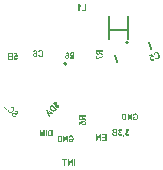
<source format=gbo>
G04*
G04 #@! TF.GenerationSoftware,Altium Limited,Altium Designer,22.11.1 (43)*
G04*
G04 Layer_Color=32896*
%FSLAX43Y43*%
%MOMM*%
G71*
G04*
G04 #@! TF.SameCoordinates,D1A57F4C-840F-47C7-87E7-476F4F1B4391*
G04*
G04*
G04 #@! TF.FilePolarity,Positive*
G04*
G01*
G75*
%ADD11C,0.200*%
%ADD54C,0.150*%
G36*
X-1352Y2758D02*
X-1338Y2757D01*
X-1327Y2752D01*
X-1315Y2748D01*
X-1294Y2737D01*
X-1285Y2732D01*
X-1277Y2725D01*
X-1269Y2718D01*
X-1263Y2712D01*
X-1257Y2707D01*
X-1252Y2702D01*
X-1248Y2697D01*
X-1246Y2694D01*
X-1244Y2692D01*
X-1243Y2691D01*
X-1235Y2677D01*
X-1228Y2662D01*
X-1222Y2645D01*
X-1217Y2627D01*
X-1208Y2591D01*
X-1203Y2554D01*
X-1201Y2537D01*
X-1199Y2521D01*
X-1198Y2507D01*
X-1198Y2493D01*
X-1197Y2483D01*
Y2475D01*
Y2470D01*
Y2469D01*
Y2468D01*
X-1198Y2441D01*
X-1198Y2415D01*
X-1201Y2392D01*
X-1203Y2370D01*
X-1208Y2350D01*
X-1211Y2332D01*
X-1215Y2316D01*
X-1219Y2302D01*
X-1223Y2289D01*
X-1228Y2279D01*
X-1232Y2270D01*
X-1235Y2262D01*
X-1238Y2257D01*
X-1240Y2253D01*
X-1241Y2251D01*
X-1242Y2250D01*
X-1251Y2238D01*
X-1260Y2228D01*
X-1269Y2220D01*
X-1279Y2213D01*
X-1288Y2206D01*
X-1298Y2201D01*
X-1308Y2197D01*
X-1317Y2193D01*
X-1333Y2188D01*
X-1339Y2187D01*
X-1345Y2186D01*
X-1350D01*
X-1353Y2185D01*
X-1357D01*
X-1368Y2186D01*
X-1379Y2188D01*
X-1390Y2190D01*
X-1400Y2193D01*
X-1418Y2201D01*
X-1433Y2210D01*
X-1446Y2219D01*
X-1451Y2223D01*
X-1455Y2227D01*
X-1458Y2230D01*
X-1461Y2232D01*
X-1462Y2234D01*
X-1463Y2235D01*
X-1470Y2245D01*
X-1477Y2256D01*
X-1483Y2267D01*
X-1488Y2278D01*
X-1495Y2302D01*
X-1501Y2323D01*
X-1503Y2334D01*
X-1503Y2343D01*
X-1504Y2352D01*
X-1505Y2360D01*
X-1506Y2366D01*
Y2370D01*
Y2373D01*
Y2374D01*
X-1505Y2389D01*
X-1504Y2404D01*
X-1503Y2417D01*
X-1499Y2431D01*
X-1497Y2442D01*
X-1493Y2453D01*
X-1489Y2463D01*
X-1486Y2472D01*
X-1482Y2481D01*
X-1478Y2488D01*
X-1474Y2494D01*
X-1472Y2499D01*
X-1469Y2503D01*
X-1467Y2506D01*
X-1466Y2507D01*
X-1465Y2508D01*
X-1458Y2517D01*
X-1449Y2525D01*
X-1442Y2532D01*
X-1433Y2537D01*
X-1426Y2542D01*
X-1418Y2547D01*
X-1403Y2552D01*
X-1390Y2557D01*
X-1385Y2557D01*
X-1380Y2558D01*
X-1376Y2559D01*
X-1371D01*
X-1362Y2558D01*
X-1353Y2557D01*
X-1345Y2555D01*
X-1338Y2553D01*
X-1333Y2551D01*
X-1328Y2548D01*
X-1326Y2547D01*
X-1325Y2547D01*
X-1318Y2542D01*
X-1311Y2536D01*
X-1305Y2530D01*
X-1299Y2524D01*
X-1295Y2519D01*
X-1292Y2515D01*
X-1289Y2512D01*
X-1288Y2511D01*
X-1289Y2528D01*
X-1291Y2544D01*
X-1293Y2558D01*
X-1294Y2571D01*
X-1296Y2582D01*
X-1298Y2593D01*
X-1300Y2602D01*
X-1303Y2611D01*
X-1304Y2617D01*
X-1306Y2623D01*
X-1308Y2628D01*
X-1309Y2632D01*
X-1311Y2635D01*
X-1312Y2637D01*
X-1313Y2638D01*
X-1320Y2649D01*
X-1328Y2657D01*
X-1336Y2662D01*
X-1343Y2666D01*
X-1350Y2668D01*
X-1355Y2669D01*
X-1359Y2670D01*
X-1360D01*
X-1368Y2669D01*
X-1375Y2667D01*
X-1381Y2664D01*
X-1387Y2660D01*
X-1396Y2650D01*
X-1402Y2639D01*
X-1407Y2627D01*
X-1409Y2617D01*
X-1410Y2613D01*
X-1411Y2610D01*
Y2608D01*
Y2607D01*
X-1497Y2619D01*
X-1492Y2644D01*
X-1486Y2665D01*
X-1478Y2683D01*
X-1471Y2698D01*
X-1463Y2709D01*
X-1458Y2717D01*
X-1453Y2722D01*
X-1452Y2724D01*
X-1438Y2736D01*
X-1423Y2744D01*
X-1409Y2751D01*
X-1395Y2755D01*
X-1383Y2757D01*
X-1373Y2758D01*
X-1370Y2759D01*
X-1365D01*
X-1352Y2758D01*
D02*
G37*
G36*
X-751Y2194D02*
X-844D01*
Y2429D01*
X-874D01*
X-884Y2428D01*
X-892Y2427D01*
X-899Y2426D01*
X-904Y2425D01*
X-907Y2423D01*
X-909Y2422D01*
X-909D01*
X-915Y2420D01*
X-920Y2416D01*
X-929Y2408D01*
X-932Y2405D01*
X-934Y2402D01*
X-936Y2400D01*
X-937Y2399D01*
X-939Y2396D01*
X-943Y2391D01*
X-947Y2386D01*
X-950Y2380D01*
X-959Y2366D01*
X-967Y2352D01*
X-974Y2338D01*
X-978Y2332D01*
X-981Y2327D01*
X-984Y2323D01*
X-985Y2320D01*
X-987Y2317D01*
Y2317D01*
X-1053Y2194D01*
X-1166D01*
X-1109Y2303D01*
X-1103Y2315D01*
X-1098Y2327D01*
X-1092Y2337D01*
X-1087Y2346D01*
X-1082Y2354D01*
X-1078Y2362D01*
X-1070Y2374D01*
X-1064Y2383D01*
X-1059Y2390D01*
X-1057Y2394D01*
X-1056Y2395D01*
X-1048Y2404D01*
X-1040Y2413D01*
X-1032Y2422D01*
X-1024Y2428D01*
X-1018Y2434D01*
X-1012Y2438D01*
X-1008Y2442D01*
X-1007Y2442D01*
X-1028Y2447D01*
X-1045Y2454D01*
X-1061Y2462D01*
X-1073Y2472D01*
X-1083Y2479D01*
X-1091Y2486D01*
X-1095Y2491D01*
X-1097Y2492D01*
Y2492D01*
X-1108Y2509D01*
X-1116Y2527D01*
X-1122Y2544D01*
X-1125Y2561D01*
X-1128Y2576D01*
X-1128Y2582D01*
Y2588D01*
X-1129Y2592D01*
Y2597D01*
Y2598D01*
Y2599D01*
X-1128Y2618D01*
X-1126Y2635D01*
X-1123Y2651D01*
X-1119Y2664D01*
X-1115Y2674D01*
X-1112Y2682D01*
X-1109Y2687D01*
X-1108Y2689D01*
X-1100Y2702D01*
X-1091Y2713D01*
X-1083Y2722D01*
X-1074Y2729D01*
X-1067Y2735D01*
X-1061Y2739D01*
X-1057Y2741D01*
X-1055Y2742D01*
X-1048Y2744D01*
X-1041Y2747D01*
X-1024Y2751D01*
X-1007Y2753D01*
X-989Y2756D01*
X-974Y2757D01*
X-966D01*
X-960Y2757D01*
X-751D01*
Y2194D01*
D02*
G37*
G36*
X-871Y-6860D02*
X-967D01*
Y-6453D01*
X-1173Y-6860D01*
X-1278D01*
Y-6235D01*
X-1181D01*
Y-6653D01*
X-971Y-6235D01*
X-871D01*
Y-6860D01*
D02*
G37*
G36*
X-666D02*
X-770D01*
Y-6235D01*
X-666D01*
Y-6860D01*
D02*
G37*
G36*
X-1349Y-6341D02*
X-1501D01*
Y-6860D01*
X-1605D01*
Y-6341D01*
X-1757D01*
Y-6235D01*
X-1349D01*
Y-6341D01*
D02*
G37*
G36*
X-3238Y-4363D02*
X-3325D01*
Y-3919D01*
X-3417Y-4363D01*
X-3506D01*
X-3599Y-3919D01*
Y-4363D01*
X-3686D01*
Y-3800D01*
X-3545D01*
X-3462Y-4185D01*
X-3378Y-3800D01*
X-3238D01*
Y-4363D01*
D02*
G37*
G36*
X-2594D02*
X-2769D01*
X-2789Y-4362D01*
X-2808Y-4360D01*
X-2823Y-4358D01*
X-2837Y-4354D01*
X-2848Y-4352D01*
X-2855Y-4349D01*
X-2860Y-4348D01*
X-2862Y-4347D01*
X-2875Y-4340D01*
X-2887Y-4333D01*
X-2897Y-4325D01*
X-2906Y-4318D01*
X-2913Y-4311D01*
X-2918Y-4305D01*
X-2922Y-4302D01*
X-2923Y-4300D01*
X-2932Y-4288D01*
X-2940Y-4274D01*
X-2948Y-4260D01*
X-2953Y-4245D01*
X-2958Y-4234D01*
X-2962Y-4224D01*
X-2963Y-4220D01*
X-2964Y-4217D01*
X-2965Y-4215D01*
Y-4215D01*
X-2971Y-4194D01*
X-2975Y-4172D01*
X-2978Y-4150D01*
X-2980Y-4130D01*
Y-4121D01*
X-2981Y-4113D01*
Y-4105D01*
X-2982Y-4100D01*
Y-4095D01*
Y-4090D01*
Y-4088D01*
Y-4087D01*
X-2981Y-4058D01*
X-2979Y-4032D01*
X-2978Y-4020D01*
X-2977Y-4009D01*
X-2975Y-3999D01*
X-2974Y-3990D01*
X-2973Y-3981D01*
X-2971Y-3974D01*
X-2969Y-3967D01*
X-2968Y-3962D01*
X-2968Y-3958D01*
X-2967Y-3955D01*
X-2966Y-3953D01*
Y-3952D01*
X-2959Y-3932D01*
X-2953Y-3915D01*
X-2945Y-3900D01*
X-2938Y-3887D01*
X-2932Y-3876D01*
X-2927Y-3869D01*
X-2923Y-3865D01*
X-2922Y-3863D01*
X-2911Y-3851D01*
X-2901Y-3841D01*
X-2890Y-3833D01*
X-2881Y-3826D01*
X-2873Y-3821D01*
X-2867Y-3817D01*
X-2863Y-3815D01*
X-2861Y-3815D01*
X-2848Y-3810D01*
X-2832Y-3806D01*
X-2816Y-3803D01*
X-2800Y-3801D01*
X-2786Y-3800D01*
X-2780D01*
X-2775Y-3800D01*
X-2594D01*
Y-4363D01*
D02*
G37*
G36*
X-3058D02*
X-3151D01*
Y-3800D01*
X-3058D01*
Y-4363D01*
D02*
G37*
G36*
X-6019Y-1861D02*
X-6005Y-1862D01*
X-5992Y-1864D01*
X-5979Y-1866D01*
X-5967Y-1869D01*
X-5955Y-1873D01*
X-5945Y-1878D01*
X-5925Y-1888D01*
X-5917Y-1892D01*
X-5910Y-1897D01*
X-5904Y-1902D01*
X-5899Y-1906D01*
X-5894Y-1910D01*
X-5889Y-1915D01*
X-5877Y-1928D01*
X-5867Y-1941D01*
X-5859Y-1954D01*
X-5851Y-1968D01*
X-5846Y-1981D01*
X-5841Y-1994D01*
X-5838Y-2007D01*
X-5835Y-2019D01*
X-5833Y-2030D01*
X-5832Y-2040D01*
X-5831Y-2049D01*
Y-2057D01*
Y-2063D01*
Y-2068D01*
X-5832Y-2071D01*
Y-2072D01*
X-5835Y-2092D01*
X-5840Y-2111D01*
X-5846Y-2129D01*
X-5854Y-2148D01*
X-5863Y-2166D01*
X-5872Y-2182D01*
X-5882Y-2198D01*
X-5893Y-2214D01*
X-5903Y-2227D01*
X-5912Y-2239D01*
X-5921Y-2251D01*
X-5929Y-2260D01*
X-5935Y-2267D01*
X-5940Y-2272D01*
X-5944Y-2276D01*
X-5944Y-2277D01*
X-5945Y-2277D01*
X-5963Y-2294D01*
X-5981Y-2310D01*
X-5999Y-2323D01*
X-6017Y-2335D01*
X-6034Y-2345D01*
X-6050Y-2354D01*
X-6065Y-2361D01*
X-6080Y-2367D01*
X-6094Y-2372D01*
X-6106Y-2376D01*
X-6117Y-2380D01*
X-6126Y-2381D01*
X-6133Y-2383D01*
X-6139Y-2384D01*
X-6142Y-2385D01*
X-6143D01*
X-6160Y-2386D01*
X-6175Y-2385D01*
X-6190Y-2383D01*
X-6205Y-2380D01*
X-6218Y-2376D01*
X-6230Y-2372D01*
X-6242Y-2367D01*
X-6253Y-2361D01*
X-6262Y-2355D01*
X-6271Y-2350D01*
X-6278Y-2344D01*
X-6285Y-2340D01*
X-6289Y-2335D01*
X-6293Y-2333D01*
X-6296Y-2330D01*
X-6305Y-2320D01*
X-6313Y-2311D01*
X-6326Y-2291D01*
X-6336Y-2271D01*
X-6339Y-2262D01*
X-6342Y-2253D01*
X-6345Y-2245D01*
X-6346Y-2237D01*
X-6348Y-2231D01*
X-6349Y-2225D01*
X-6350Y-2221D01*
Y-2217D01*
X-6351Y-2215D01*
Y-2214D01*
Y-2201D01*
X-6350Y-2189D01*
X-6345Y-2163D01*
X-6337Y-2138D01*
X-6328Y-2115D01*
X-6324Y-2105D01*
X-6319Y-2095D01*
X-6314Y-2087D01*
X-6311Y-2080D01*
X-6307Y-2074D01*
X-6305Y-2069D01*
X-6303Y-2066D01*
X-6302Y-2066D01*
X-6213Y-2105D01*
X-6226Y-2125D01*
X-6234Y-2142D01*
X-6241Y-2158D01*
X-6245Y-2171D01*
X-6248Y-2182D01*
X-6249Y-2191D01*
X-6250Y-2196D01*
X-6250Y-2198D01*
X-6250Y-2211D01*
X-6248Y-2224D01*
X-6243Y-2235D01*
X-6239Y-2245D01*
X-6234Y-2252D01*
X-6229Y-2258D01*
X-6227Y-2261D01*
X-6226Y-2262D01*
X-6219Y-2268D01*
X-6212Y-2274D01*
X-6197Y-2282D01*
X-6182Y-2286D01*
X-6168Y-2288D01*
X-6156Y-2290D01*
X-6146Y-2289D01*
X-6139Y-2289D01*
X-6137Y-2289D01*
X-6137Y-2289D01*
X-6127Y-2286D01*
X-6116Y-2282D01*
X-6105Y-2277D01*
X-6094Y-2271D01*
X-6073Y-2258D01*
X-6053Y-2242D01*
X-6043Y-2235D01*
X-6035Y-2228D01*
X-6027Y-2222D01*
X-6021Y-2216D01*
X-6015Y-2211D01*
X-6012Y-2208D01*
X-6009Y-2205D01*
X-6008Y-2204D01*
X-5995Y-2191D01*
X-5984Y-2178D01*
X-5974Y-2165D01*
X-5965Y-2154D01*
X-5958Y-2143D01*
X-5951Y-2132D01*
X-5945Y-2123D01*
X-5941Y-2114D01*
X-5937Y-2106D01*
X-5934Y-2099D01*
X-5931Y-2093D01*
X-5929Y-2087D01*
X-5929Y-2083D01*
X-5927Y-2080D01*
X-5928Y-2079D01*
X-5927Y-2078D01*
X-5926Y-2067D01*
Y-2058D01*
X-5926Y-2049D01*
X-5928Y-2041D01*
X-5932Y-2025D01*
X-5938Y-2012D01*
X-5944Y-2001D01*
X-5949Y-1994D01*
X-5951Y-1991D01*
X-5954Y-1987D01*
X-5964Y-1978D01*
X-5975Y-1973D01*
X-5984Y-1968D01*
X-5994Y-1965D01*
X-6002Y-1963D01*
X-6010Y-1961D01*
X-6014D01*
X-6015D01*
X-6029Y-1962D01*
X-6042Y-1964D01*
X-6055Y-1968D01*
X-6067Y-1973D01*
X-6076Y-1977D01*
X-6084Y-1981D01*
X-6087Y-1983D01*
X-6088Y-1985D01*
X-6090D01*
X-6090Y-1986D01*
X-6137Y-1901D01*
X-6125Y-1894D01*
X-6113Y-1888D01*
X-6102Y-1883D01*
X-6091Y-1878D01*
X-6080Y-1874D01*
X-6071Y-1871D01*
X-6062Y-1869D01*
X-6054Y-1867D01*
X-6046Y-1865D01*
X-6039Y-1864D01*
X-6033Y-1862D01*
X-6028Y-1862D01*
X-6024D01*
X-6021Y-1861D01*
X-6020Y-1861D01*
X-6019Y-1861D01*
D02*
G37*
G36*
X-6087Y-1735D02*
X-6483Y-2130D01*
X-6712Y-1901D01*
X-6645Y-1834D01*
X-6481Y-1997D01*
X-6153Y-1669D01*
X-6087Y-1735D01*
D02*
G37*
G36*
X-5681Y-2188D02*
X-5680D01*
X-5667Y-2188D01*
X-5656Y-2190D01*
X-5644Y-2193D01*
X-5634Y-2197D01*
X-5612Y-2206D01*
X-5595Y-2217D01*
X-5586Y-2222D01*
X-5579Y-2228D01*
X-5573Y-2233D01*
X-5568Y-2237D01*
X-5563Y-2241D01*
X-5558Y-2246D01*
X-5545Y-2260D01*
X-5534Y-2275D01*
X-5525Y-2287D01*
X-5518Y-2299D01*
X-5513Y-2310D01*
X-5509Y-2317D01*
X-5507Y-2322D01*
Y-2324D01*
X-5506Y-2324D01*
X-5502Y-2339D01*
X-5501Y-2353D01*
X-5501Y-2367D01*
X-5501Y-2379D01*
X-5502Y-2390D01*
X-5504Y-2397D01*
X-5505Y-2403D01*
Y-2404D01*
X-5505Y-2404D01*
X-5511Y-2419D01*
X-5517Y-2433D01*
X-5524Y-2446D01*
X-5531Y-2456D01*
X-5538Y-2465D01*
X-5544Y-2472D01*
X-5546Y-2474D01*
X-5548Y-2476D01*
X-5548Y-2477D01*
X-5549Y-2477D01*
X-5559Y-2487D01*
X-5571Y-2496D01*
X-5581Y-2503D01*
X-5591Y-2508D01*
X-5600Y-2513D01*
X-5607Y-2516D01*
X-5611Y-2518D01*
X-5612Y-2519D01*
X-5626Y-2523D01*
X-5639Y-2525D01*
X-5651Y-2526D01*
X-5661Y-2527D01*
X-5670D01*
X-5677Y-2526D01*
X-5681D01*
X-5683D01*
X-5696Y-2523D01*
X-5711Y-2519D01*
X-5726Y-2513D01*
X-5740Y-2507D01*
X-5753Y-2502D01*
X-5758Y-2499D01*
X-5763Y-2497D01*
X-5767Y-2495D01*
X-5770Y-2493D01*
X-5772Y-2493D01*
X-5772Y-2492D01*
X-5783Y-2486D01*
X-5793Y-2481D01*
X-5802Y-2476D01*
X-5810Y-2473D01*
X-5818Y-2469D01*
X-5825Y-2466D01*
X-5830Y-2463D01*
X-5835Y-2460D01*
X-5842Y-2457D01*
X-5848Y-2455D01*
X-5850Y-2454D01*
X-5852D01*
X-5858Y-2452D01*
X-5865Y-2450D01*
X-5871D01*
X-5875D01*
X-5882D01*
X-5885D01*
X-5885Y-2451D01*
X-5891Y-2452D01*
X-5896Y-2455D01*
X-5906Y-2460D01*
X-5909Y-2463D01*
X-5912Y-2465D01*
X-5914Y-2467D01*
X-5915Y-2467D01*
X-5922Y-2476D01*
X-5928Y-2486D01*
X-5932Y-2495D01*
X-5934Y-2505D01*
X-5935Y-2512D01*
X-5936Y-2518D01*
Y-2523D01*
Y-2524D01*
X-5934Y-2536D01*
X-5930Y-2548D01*
X-5925Y-2558D01*
X-5920Y-2567D01*
X-5914Y-2575D01*
X-5909Y-2581D01*
X-5905Y-2586D01*
X-5893Y-2596D01*
X-5881Y-2603D01*
X-5869Y-2608D01*
X-5856Y-2611D01*
X-5843Y-2612D01*
X-5831Y-2611D01*
X-5819Y-2609D01*
X-5808Y-2606D01*
X-5797Y-2602D01*
X-5787Y-2598D01*
X-5779Y-2594D01*
X-5771Y-2590D01*
X-5765Y-2586D01*
X-5761Y-2583D01*
X-5757Y-2581D01*
X-5757Y-2581D01*
X-5700Y-2652D01*
X-5714Y-2663D01*
X-5728Y-2673D01*
X-5741Y-2681D01*
X-5755Y-2688D01*
X-5769Y-2694D01*
X-5782Y-2698D01*
X-5793Y-2702D01*
X-5806Y-2705D01*
X-5818Y-2707D01*
X-5830Y-2708D01*
X-5852Y-2707D01*
X-5873Y-2705D01*
X-5892Y-2700D01*
X-5909Y-2694D01*
X-5925Y-2687D01*
X-5938Y-2679D01*
X-5949Y-2672D01*
X-5958Y-2665D01*
X-5965Y-2661D01*
X-5971Y-2655D01*
X-5982Y-2642D01*
X-5992Y-2630D01*
X-6002Y-2618D01*
X-6010Y-2606D01*
X-6015Y-2594D01*
X-6021Y-2583D01*
X-6025Y-2572D01*
X-6028Y-2562D01*
X-6031Y-2554D01*
X-6033Y-2546D01*
X-6034Y-2539D01*
X-6035Y-2532D01*
Y-2527D01*
X-6035Y-2525D01*
Y-2522D01*
Y-2521D01*
X-6034Y-2508D01*
X-6032Y-2496D01*
X-6030Y-2484D01*
X-6026Y-2474D01*
X-6017Y-2453D01*
X-6007Y-2436D01*
X-6002Y-2429D01*
X-5997Y-2421D01*
X-5992Y-2416D01*
X-5989Y-2411D01*
X-5985Y-2406D01*
X-5983Y-2404D01*
X-5981Y-2402D01*
X-5981Y-2401D01*
X-5967Y-2389D01*
X-5954Y-2378D01*
X-5942Y-2370D01*
X-5931Y-2363D01*
X-5921Y-2358D01*
X-5914Y-2355D01*
X-5909Y-2353D01*
X-5908Y-2352D01*
X-5894Y-2348D01*
X-5881Y-2345D01*
X-5868Y-2344D01*
X-5856Y-2343D01*
X-5846Y-2344D01*
X-5839Y-2345D01*
X-5835D01*
X-5833Y-2345D01*
X-5826Y-2347D01*
X-5817Y-2349D01*
X-5800Y-2354D01*
X-5784Y-2361D01*
X-5767Y-2368D01*
X-5753Y-2375D01*
X-5747Y-2378D01*
X-5741Y-2381D01*
X-5736Y-2383D01*
X-5733Y-2385D01*
X-5731Y-2386D01*
X-5730Y-2387D01*
X-5720Y-2393D01*
X-5710Y-2398D01*
X-5700Y-2403D01*
X-5692Y-2406D01*
X-5684Y-2410D01*
X-5677Y-2413D01*
X-5671Y-2414D01*
X-5665Y-2417D01*
X-5656Y-2420D01*
X-5650Y-2421D01*
X-5647Y-2422D01*
X-5645D01*
X-5637D01*
X-5629Y-2421D01*
X-5622Y-2419D01*
X-5617Y-2416D01*
X-5612Y-2413D01*
X-5608Y-2411D01*
X-5607Y-2409D01*
X-5606Y-2408D01*
X-5601Y-2402D01*
X-5597Y-2395D01*
X-5595Y-2388D01*
X-5593Y-2381D01*
X-5592Y-2376D01*
Y-2371D01*
X-5592Y-2368D01*
Y-2367D01*
X-5595Y-2357D01*
X-5599Y-2347D01*
X-5604Y-2339D01*
X-5608Y-2331D01*
X-5614Y-2324D01*
X-5618Y-2318D01*
X-5622Y-2314D01*
X-5633Y-2305D01*
X-5642Y-2298D01*
X-5651Y-2294D01*
X-5660Y-2290D01*
X-5667Y-2288D01*
X-5673Y-2287D01*
X-5675Y-2286D01*
X-5677D01*
X-5688Y-2287D01*
X-5698Y-2289D01*
X-5709Y-2294D01*
X-5719Y-2298D01*
X-5728Y-2303D01*
X-5734Y-2307D01*
X-5737Y-2309D01*
X-5740Y-2310D01*
X-5740Y-2311D01*
X-5741Y-2311D01*
X-5803Y-2242D01*
X-5792Y-2232D01*
X-5780Y-2224D01*
X-5770Y-2216D01*
X-5759Y-2210D01*
X-5749Y-2205D01*
X-5738Y-2200D01*
X-5728Y-2197D01*
X-5719Y-2194D01*
X-5711Y-2192D01*
X-5703Y-2190D01*
X-5696Y-2189D01*
X-5691Y-2188D01*
X-5686D01*
X-5682Y-2188D01*
X-5681D01*
D02*
G37*
G36*
X-2333Y-1418D02*
X-2322Y-1419D01*
X-2315Y-1421D01*
X-2309Y-1421D01*
X-2308D01*
X-2308Y-1422D01*
X-2293Y-1427D01*
X-2279Y-1434D01*
X-2266Y-1441D01*
X-2256Y-1448D01*
X-2247Y-1454D01*
X-2240Y-1460D01*
X-2238Y-1463D01*
X-2236Y-1464D01*
X-2235Y-1465D01*
X-2235Y-1466D01*
X-2225Y-1476D01*
X-2216Y-1487D01*
X-2209Y-1498D01*
X-2204Y-1508D01*
X-2199Y-1516D01*
X-2196Y-1523D01*
X-2194Y-1527D01*
X-2193Y-1529D01*
X-2189Y-1543D01*
X-2187Y-1556D01*
X-2186Y-1567D01*
X-2185Y-1577D01*
Y-1587D01*
X-2186Y-1593D01*
Y-1598D01*
Y-1599D01*
X-2189Y-1613D01*
X-2193Y-1628D01*
X-2199Y-1643D01*
X-2205Y-1657D01*
X-2211Y-1670D01*
X-2213Y-1675D01*
X-2215Y-1679D01*
X-2217Y-1684D01*
X-2219Y-1686D01*
X-2219Y-1688D01*
X-2220Y-1689D01*
X-2226Y-1699D01*
X-2231Y-1709D01*
X-2236Y-1719D01*
X-2239Y-1727D01*
X-2244Y-1735D01*
X-2246Y-1741D01*
X-2249Y-1747D01*
X-2252Y-1751D01*
X-2255Y-1759D01*
X-2257Y-1765D01*
X-2258Y-1767D01*
Y-1768D01*
X-2260Y-1775D01*
X-2262Y-1781D01*
Y-1787D01*
Y-1792D01*
Y-1799D01*
Y-1801D01*
X-2261Y-1802D01*
X-2260Y-1808D01*
X-2257Y-1813D01*
X-2252Y-1823D01*
X-2249Y-1826D01*
X-2247Y-1829D01*
X-2245Y-1831D01*
X-2245Y-1831D01*
X-2236Y-1839D01*
X-2226Y-1844D01*
X-2217Y-1848D01*
X-2208Y-1851D01*
X-2201Y-1852D01*
X-2194Y-1853D01*
X-2188D01*
X-2176Y-1851D01*
X-2165Y-1847D01*
X-2154Y-1842D01*
X-2145Y-1837D01*
X-2137Y-1831D01*
X-2131Y-1826D01*
X-2126Y-1821D01*
X-2116Y-1810D01*
X-2109Y-1797D01*
X-2104Y-1785D01*
X-2102Y-1773D01*
X-2100Y-1760D01*
X-2101Y-1748D01*
X-2103Y-1736D01*
X-2106Y-1725D01*
X-2110Y-1714D01*
X-2114Y-1704D01*
X-2118Y-1695D01*
X-2122Y-1688D01*
X-2126Y-1682D01*
X-2129Y-1678D01*
X-2131Y-1674D01*
X-2132Y-1673D01*
X-2060Y-1617D01*
X-2049Y-1631D01*
X-2039Y-1645D01*
X-2031Y-1658D01*
X-2024Y-1672D01*
X-2018Y-1685D01*
X-2014Y-1698D01*
X-2010Y-1710D01*
X-2007Y-1722D01*
X-2006Y-1735D01*
X-2004Y-1747D01*
X-2005Y-1768D01*
X-2007Y-1790D01*
X-2012Y-1808D01*
X-2018Y-1826D01*
X-2025Y-1841D01*
X-2033Y-1855D01*
X-2040Y-1866D01*
X-2047Y-1875D01*
X-2051Y-1882D01*
X-2057Y-1887D01*
X-2070Y-1899D01*
X-2082Y-1909D01*
X-2094Y-1919D01*
X-2106Y-1926D01*
X-2118Y-1932D01*
X-2129Y-1937D01*
X-2140Y-1942D01*
X-2150Y-1945D01*
X-2158Y-1947D01*
X-2166Y-1950D01*
X-2173Y-1951D01*
X-2180Y-1952D01*
X-2185D01*
X-2188Y-1952D01*
X-2191D01*
X-2204Y-1951D01*
X-2216Y-1949D01*
X-2228Y-1946D01*
X-2238Y-1943D01*
X-2259Y-1934D01*
X-2277Y-1923D01*
X-2284Y-1919D01*
X-2291Y-1914D01*
X-2297Y-1909D01*
X-2301Y-1906D01*
X-2306Y-1902D01*
X-2308Y-1900D01*
X-2310Y-1898D01*
X-2311Y-1897D01*
X-2323Y-1884D01*
X-2334Y-1871D01*
X-2342Y-1858D01*
X-2349Y-1847D01*
X-2354Y-1838D01*
X-2357Y-1831D01*
X-2360Y-1826D01*
X-2360Y-1824D01*
X-2364Y-1811D01*
X-2367Y-1797D01*
X-2368Y-1784D01*
X-2369Y-1773D01*
X-2368Y-1763D01*
X-2367Y-1756D01*
Y-1751D01*
X-2367Y-1749D01*
X-2365Y-1742D01*
X-2363Y-1734D01*
X-2358Y-1717D01*
X-2351Y-1701D01*
X-2344Y-1684D01*
X-2337Y-1669D01*
X-2334Y-1663D01*
X-2331Y-1658D01*
X-2329Y-1653D01*
X-2327Y-1650D01*
X-2326Y-1648D01*
X-2325Y-1647D01*
X-2320Y-1636D01*
X-2314Y-1626D01*
X-2309Y-1617D01*
X-2306Y-1609D01*
X-2302Y-1600D01*
X-2299Y-1594D01*
X-2298Y-1587D01*
X-2295Y-1582D01*
X-2292Y-1573D01*
X-2291Y-1567D01*
X-2290Y-1563D01*
Y-1562D01*
Y-1554D01*
X-2291Y-1546D01*
X-2293Y-1539D01*
X-2296Y-1534D01*
X-2299Y-1529D01*
X-2301Y-1525D01*
X-2303Y-1523D01*
X-2304Y-1523D01*
X-2310Y-1517D01*
X-2317Y-1514D01*
X-2324Y-1512D01*
X-2331Y-1510D01*
X-2337Y-1509D01*
X-2341D01*
X-2344Y-1509D01*
X-2345D01*
X-2355Y-1512D01*
X-2365Y-1516D01*
X-2373Y-1520D01*
X-2381Y-1525D01*
X-2388Y-1530D01*
X-2394Y-1535D01*
X-2398Y-1539D01*
X-2407Y-1549D01*
X-2414Y-1559D01*
X-2418Y-1568D01*
X-2422Y-1576D01*
X-2424Y-1583D01*
X-2426Y-1589D01*
X-2426Y-1592D01*
Y-1593D01*
X-2426Y-1605D01*
X-2423Y-1615D01*
X-2418Y-1626D01*
X-2414Y-1636D01*
X-2409Y-1645D01*
X-2405Y-1651D01*
X-2403Y-1654D01*
X-2402Y-1656D01*
X-2401Y-1657D01*
X-2401Y-1658D01*
X-2470Y-1720D01*
X-2480Y-1709D01*
X-2489Y-1697D01*
X-2496Y-1686D01*
X-2502Y-1675D01*
X-2507Y-1665D01*
X-2512Y-1655D01*
X-2515Y-1645D01*
X-2518Y-1636D01*
X-2520Y-1628D01*
X-2522Y-1620D01*
X-2523Y-1613D01*
X-2524Y-1608D01*
Y-1603D01*
X-2525Y-1599D01*
Y-1598D01*
Y-1596D01*
X-2524Y-1584D01*
X-2522Y-1573D01*
X-2519Y-1561D01*
X-2515Y-1550D01*
X-2506Y-1529D01*
X-2495Y-1512D01*
X-2490Y-1503D01*
X-2484Y-1496D01*
X-2479Y-1490D01*
X-2475Y-1484D01*
X-2471Y-1480D01*
X-2466Y-1474D01*
X-2452Y-1461D01*
X-2437Y-1450D01*
X-2425Y-1441D01*
X-2413Y-1434D01*
X-2403Y-1430D01*
X-2395Y-1425D01*
X-2390Y-1424D01*
X-2388D01*
X-2388Y-1423D01*
X-2373Y-1419D01*
X-2359Y-1418D01*
X-2345Y-1417D01*
X-2333Y-1418D01*
D02*
G37*
G36*
X-2251Y-2068D02*
X-2374Y-2192D01*
X-2389Y-2205D01*
X-2403Y-2217D01*
X-2416Y-2227D01*
X-2428Y-2234D01*
X-2437Y-2240D01*
X-2444Y-2243D01*
X-2449Y-2246D01*
X-2451Y-2246D01*
X-2465Y-2251D01*
X-2479Y-2254D01*
X-2491Y-2256D01*
X-2503Y-2257D01*
X-2525D01*
X-2527Y-2256D01*
X-2542Y-2254D01*
X-2558Y-2250D01*
X-2573Y-2245D01*
X-2588Y-2239D01*
X-2599Y-2234D01*
X-2609Y-2230D01*
X-2613Y-2228D01*
X-2615Y-2227D01*
X-2617Y-2226D01*
X-2618Y-2225D01*
X-2636Y-2215D01*
X-2655Y-2203D01*
X-2672Y-2189D01*
X-2688Y-2177D01*
X-2694Y-2170D01*
X-2701Y-2165D01*
X-2706Y-2160D01*
X-2711Y-2156D01*
X-2714Y-2152D01*
X-2717Y-2149D01*
X-2719Y-2148D01*
X-2720Y-2147D01*
X-2740Y-2126D01*
X-2757Y-2106D01*
X-2765Y-2097D01*
X-2771Y-2088D01*
X-2777Y-2080D01*
X-2783Y-2073D01*
X-2788Y-2066D01*
X-2792Y-2059D01*
X-2796Y-2053D01*
X-2798Y-2049D01*
X-2801Y-2046D01*
X-2803Y-2043D01*
X-2803Y-2041D01*
X-2804Y-2041D01*
X-2813Y-2022D01*
X-2821Y-2005D01*
X-2826Y-1989D01*
X-2830Y-1975D01*
X-2833Y-1963D01*
X-2835Y-1954D01*
X-2836Y-1949D01*
Y-1946D01*
X-2836Y-1930D01*
Y-1916D01*
X-2834Y-1903D01*
X-2833Y-1891D01*
X-2830Y-1882D01*
X-2829Y-1875D01*
X-2827Y-1871D01*
X-2827Y-1869D01*
X-2821Y-1856D01*
X-2812Y-1843D01*
X-2803Y-1829D01*
X-2793Y-1817D01*
X-2784Y-1806D01*
X-2780Y-1802D01*
X-2777Y-1798D01*
X-2649Y-1670D01*
X-2251Y-2068D01*
D02*
G37*
G36*
X-2547Y-2365D02*
X-2617Y-2435D01*
X-2734Y-2371D01*
X-2866Y-2503D01*
X-2804Y-2621D01*
X-2875Y-2693D01*
X-3142Y-2163D01*
X-3072Y-2093D01*
X-2547Y-2365D01*
D02*
G37*
G36*
X-5556Y2391D02*
X-5636Y2377D01*
X-5642Y2385D01*
X-5649Y2392D01*
X-5655Y2398D01*
X-5662Y2403D01*
X-5675Y2411D01*
X-5687Y2417D01*
X-5697Y2419D01*
X-5704Y2421D01*
X-5710Y2422D01*
X-5712D01*
X-5724Y2421D01*
X-5734Y2418D01*
X-5744Y2413D01*
X-5752Y2408D01*
X-5758Y2403D01*
X-5763Y2398D01*
X-5765Y2394D01*
X-5766Y2394D01*
X-5774Y2381D01*
X-5779Y2369D01*
X-5783Y2354D01*
X-5786Y2340D01*
X-5788Y2327D01*
X-5789Y2317D01*
Y2312D01*
Y2309D01*
Y2308D01*
Y2307D01*
X-5788Y2285D01*
X-5785Y2266D01*
X-5781Y2250D01*
X-5777Y2237D01*
X-5774Y2228D01*
X-5770Y2221D01*
X-5767Y2217D01*
X-5766Y2215D01*
X-5758Y2205D01*
X-5750Y2198D01*
X-5740Y2193D01*
X-5732Y2189D01*
X-5726Y2187D01*
X-5720Y2186D01*
X-5716Y2185D01*
X-5715D01*
X-5705Y2186D01*
X-5697Y2189D01*
X-5689Y2193D01*
X-5682Y2197D01*
X-5677Y2201D01*
X-5672Y2205D01*
X-5669Y2208D01*
X-5668Y2209D01*
X-5661Y2218D01*
X-5655Y2229D01*
X-5651Y2239D01*
X-5648Y2249D01*
X-5646Y2259D01*
X-5644Y2267D01*
X-5643Y2271D01*
Y2273D01*
X-5545Y2260D01*
X-5550Y2232D01*
X-5554Y2218D01*
X-5557Y2206D01*
X-5562Y2195D01*
X-5567Y2185D01*
X-5571Y2174D01*
X-5576Y2166D01*
X-5581Y2159D01*
X-5585Y2152D01*
X-5589Y2147D01*
X-5593Y2142D01*
X-5595Y2138D01*
X-5598Y2136D01*
X-5599Y2135D01*
X-5600Y2134D01*
X-5609Y2126D01*
X-5618Y2119D01*
X-5637Y2108D01*
X-5656Y2100D01*
X-5674Y2095D01*
X-5690Y2092D01*
X-5697Y2090D01*
X-5703D01*
X-5707Y2089D01*
X-5714D01*
X-5729Y2090D01*
X-5743Y2092D01*
X-5757Y2096D01*
X-5769Y2100D01*
X-5781Y2105D01*
X-5791Y2111D01*
X-5801Y2117D01*
X-5810Y2124D01*
X-5817Y2130D01*
X-5825Y2136D01*
X-5830Y2142D01*
X-5835Y2147D01*
X-5838Y2151D01*
X-5841Y2155D01*
X-5842Y2157D01*
X-5843Y2158D01*
X-5851Y2171D01*
X-5859Y2185D01*
X-5864Y2197D01*
X-5870Y2210D01*
X-5878Y2236D01*
X-5884Y2259D01*
X-5886Y2271D01*
X-5887Y2280D01*
X-5888Y2288D01*
Y2295D01*
X-5889Y2301D01*
Y2306D01*
Y2308D01*
Y2309D01*
X-5888Y2328D01*
X-5887Y2345D01*
X-5885Y2361D01*
X-5881Y2377D01*
X-5877Y2391D01*
X-5873Y2405D01*
X-5867Y2417D01*
X-5863Y2428D01*
X-5858Y2437D01*
X-5852Y2445D01*
X-5848Y2453D01*
X-5844Y2459D01*
X-5840Y2464D01*
X-5838Y2467D01*
X-5837Y2469D01*
X-5836Y2470D01*
X-5827Y2479D01*
X-5819Y2486D01*
X-5811Y2492D01*
X-5801Y2498D01*
X-5784Y2506D01*
X-5768Y2513D01*
X-5753Y2516D01*
X-5748Y2516D01*
X-5742Y2517D01*
X-5738Y2518D01*
X-5732D01*
X-5719Y2517D01*
X-5707Y2515D01*
X-5696Y2512D01*
X-5686Y2508D01*
X-5677Y2504D01*
X-5670Y2501D01*
X-5667Y2498D01*
X-5665Y2497D01*
X-5681Y2604D01*
X-5866D01*
Y2716D01*
X-5606D01*
X-5556Y2391D01*
D02*
G37*
G36*
X-5963Y2099D02*
X-6176D01*
X-6193Y2100D01*
X-6207D01*
X-6221Y2101D01*
X-6233Y2102D01*
X-6243D01*
X-6253Y2103D01*
X-6260Y2104D01*
X-6267Y2105D01*
X-6271D01*
X-6276Y2106D01*
X-6279D01*
X-6280Y2107D01*
X-6282D01*
X-6298Y2112D01*
X-6313Y2121D01*
X-6327Y2130D01*
X-6338Y2140D01*
X-6347Y2149D01*
X-6354Y2158D01*
X-6358Y2163D01*
X-6360Y2164D01*
Y2165D01*
X-6371Y2184D01*
X-6379Y2203D01*
X-6385Y2222D01*
X-6390Y2241D01*
X-6391Y2257D01*
X-6392Y2263D01*
Y2270D01*
X-6393Y2274D01*
Y2278D01*
Y2280D01*
Y2281D01*
X-6392Y2301D01*
X-6390Y2320D01*
X-6385Y2335D01*
X-6380Y2349D01*
X-6376Y2361D01*
X-6371Y2369D01*
X-6368Y2374D01*
X-6367Y2376D01*
X-6357Y2390D01*
X-6345Y2402D01*
X-6333Y2411D01*
X-6322Y2418D01*
X-6311Y2424D01*
X-6303Y2429D01*
X-6297Y2430D01*
X-6296Y2431D01*
X-6295D01*
X-6307Y2439D01*
X-6317Y2447D01*
X-6326Y2456D01*
X-6334Y2465D01*
X-6340Y2473D01*
X-6344Y2479D01*
X-6347Y2483D01*
X-6348Y2485D01*
X-6354Y2499D01*
X-6360Y2514D01*
X-6364Y2528D01*
X-6365Y2540D01*
X-6367Y2551D01*
X-6368Y2560D01*
Y2565D01*
Y2566D01*
Y2567D01*
X-6367Y2585D01*
X-6365Y2602D01*
X-6361Y2616D01*
X-6356Y2629D01*
X-6352Y2639D01*
X-6348Y2648D01*
X-6345Y2652D01*
X-6344Y2654D01*
X-6335Y2668D01*
X-6326Y2679D01*
X-6316Y2688D01*
X-6307Y2696D01*
X-6299Y2701D01*
X-6292Y2706D01*
X-6289Y2708D01*
X-6287Y2709D01*
X-6279Y2712D01*
X-6272Y2714D01*
X-6254Y2718D01*
X-6234Y2721D01*
X-6215Y2723D01*
X-6197Y2724D01*
X-6189Y2724D01*
X-5963D01*
Y2099D01*
D02*
G37*
G36*
X-1325Y-4850D02*
X-1411D01*
Y-4483D01*
X-1597Y-4850D01*
X-1691D01*
Y-4287D01*
X-1605D01*
Y-4663D01*
X-1415Y-4287D01*
X-1325D01*
Y-4850D01*
D02*
G37*
G36*
X-1008Y-4279D02*
X-986Y-4282D01*
X-966Y-4288D01*
X-948Y-4294D01*
X-941Y-4297D01*
X-934Y-4300D01*
X-928Y-4303D01*
X-924Y-4306D01*
X-920Y-4307D01*
X-917Y-4309D01*
X-916Y-4311D01*
X-915D01*
X-897Y-4324D01*
X-881Y-4340D01*
X-868Y-4356D01*
X-856Y-4372D01*
X-847Y-4387D01*
X-843Y-4392D01*
X-841Y-4398D01*
X-838Y-4402D01*
X-836Y-4406D01*
X-835Y-4408D01*
Y-4409D01*
X-825Y-4435D01*
X-817Y-4462D01*
X-811Y-4488D01*
X-808Y-4513D01*
X-806Y-4525D01*
X-806Y-4535D01*
X-805Y-4545D01*
Y-4552D01*
X-804Y-4559D01*
Y-4564D01*
Y-4567D01*
Y-4568D01*
X-806Y-4601D01*
X-809Y-4631D01*
X-811Y-4645D01*
X-813Y-4657D01*
X-816Y-4670D01*
X-819Y-4681D01*
X-821Y-4691D01*
X-825Y-4700D01*
X-827Y-4707D01*
X-829Y-4714D01*
X-831Y-4719D01*
X-832Y-4722D01*
X-834Y-4725D01*
Y-4726D01*
X-846Y-4749D01*
X-860Y-4769D01*
X-874Y-4786D01*
X-887Y-4801D01*
X-899Y-4811D01*
X-909Y-4819D01*
X-912Y-4822D01*
X-915Y-4824D01*
X-916Y-4825D01*
X-917Y-4826D01*
X-937Y-4836D01*
X-958Y-4845D01*
X-979Y-4851D01*
X-997Y-4855D01*
X-1006Y-4856D01*
X-1014Y-4857D01*
X-1021Y-4858D01*
X-1026D01*
X-1031Y-4859D01*
X-1038D01*
X-1059Y-4858D01*
X-1079Y-4855D01*
X-1098Y-4851D01*
X-1115Y-4846D01*
X-1129Y-4841D01*
X-1135Y-4840D01*
X-1141Y-4838D01*
X-1144Y-4836D01*
X-1147Y-4835D01*
X-1149Y-4834D01*
X-1150D01*
X-1170Y-4824D01*
X-1187Y-4813D01*
X-1201Y-4803D01*
X-1214Y-4793D01*
X-1224Y-4785D01*
X-1231Y-4778D01*
X-1235Y-4774D01*
X-1236Y-4772D01*
Y-4548D01*
X-1036D01*
Y-4643D01*
X-1142D01*
Y-4714D01*
X-1133Y-4722D01*
X-1124Y-4729D01*
X-1115Y-4735D01*
X-1107Y-4740D01*
X-1100Y-4744D01*
X-1094Y-4746D01*
X-1091Y-4748D01*
X-1089Y-4749D01*
X-1078Y-4753D01*
X-1068Y-4756D01*
X-1058Y-4758D01*
X-1050Y-4760D01*
X-1043Y-4761D01*
X-1038Y-4761D01*
X-1033D01*
X-1022Y-4761D01*
X-1012Y-4760D01*
X-994Y-4755D01*
X-977Y-4747D01*
X-964Y-4739D01*
X-954Y-4731D01*
X-946Y-4723D01*
X-941Y-4718D01*
X-941Y-4717D01*
X-940Y-4716D01*
X-933Y-4706D01*
X-927Y-4695D01*
X-917Y-4670D01*
X-911Y-4644D01*
X-906Y-4619D01*
X-904Y-4608D01*
X-903Y-4597D01*
X-901Y-4587D01*
Y-4579D01*
X-901Y-4572D01*
Y-4567D01*
Y-4563D01*
Y-4562D01*
X-901Y-4545D01*
X-902Y-4529D01*
X-904Y-4514D01*
X-906Y-4500D01*
X-909Y-4487D01*
X-912Y-4476D01*
X-916Y-4466D01*
X-919Y-4457D01*
X-922Y-4448D01*
X-926Y-4441D01*
X-929Y-4435D01*
X-931Y-4430D01*
X-934Y-4427D01*
X-936Y-4424D01*
X-937Y-4422D01*
Y-4422D01*
X-945Y-4413D01*
X-952Y-4406D01*
X-960Y-4400D01*
X-968Y-4395D01*
X-984Y-4387D01*
X-1000Y-4381D01*
X-1013Y-4377D01*
X-1019Y-4377D01*
X-1024Y-4376D01*
X-1028Y-4375D01*
X-1034D01*
X-1048Y-4376D01*
X-1061Y-4378D01*
X-1071Y-4382D01*
X-1081Y-4387D01*
X-1089Y-4391D01*
X-1095Y-4395D01*
X-1099Y-4397D01*
X-1100Y-4398D01*
X-1109Y-4407D01*
X-1117Y-4418D01*
X-1124Y-4430D01*
X-1129Y-4440D01*
X-1133Y-4450D01*
X-1136Y-4457D01*
X-1137Y-4463D01*
X-1138Y-4464D01*
Y-4465D01*
X-1231Y-4444D01*
X-1227Y-4429D01*
X-1224Y-4415D01*
X-1219Y-4402D01*
X-1214Y-4390D01*
X-1209Y-4379D01*
X-1203Y-4369D01*
X-1198Y-4360D01*
X-1192Y-4352D01*
X-1187Y-4344D01*
X-1182Y-4337D01*
X-1177Y-4332D01*
X-1174Y-4327D01*
X-1171Y-4324D01*
X-1168Y-4322D01*
X-1166Y-4321D01*
X-1166Y-4320D01*
X-1156Y-4312D01*
X-1146Y-4306D01*
X-1135Y-4300D01*
X-1124Y-4295D01*
X-1102Y-4287D01*
X-1081Y-4282D01*
X-1071Y-4281D01*
X-1062Y-4280D01*
X-1054Y-4279D01*
X-1047Y-4278D01*
X-1041Y-4277D01*
X-1033D01*
X-1008Y-4279D01*
D02*
G37*
G36*
X-1788Y-4850D02*
X-1963D01*
X-1983Y-4849D01*
X-2001Y-4847D01*
X-2017Y-4845D01*
X-2030Y-4841D01*
X-2041Y-4839D01*
X-2049Y-4836D01*
X-2054Y-4835D01*
X-2055Y-4834D01*
X-2069Y-4827D01*
X-2080Y-4820D01*
X-2090Y-4812D01*
X-2099Y-4805D01*
X-2106Y-4798D01*
X-2112Y-4792D01*
X-2115Y-4789D01*
X-2116Y-4787D01*
X-2125Y-4775D01*
X-2134Y-4761D01*
X-2141Y-4746D01*
X-2147Y-4732D01*
X-2152Y-4721D01*
X-2155Y-4711D01*
X-2157Y-4706D01*
X-2158Y-4704D01*
X-2159Y-4702D01*
Y-4701D01*
X-2164Y-4681D01*
X-2169Y-4659D01*
X-2171Y-4637D01*
X-2174Y-4617D01*
Y-4608D01*
X-2174Y-4600D01*
Y-4592D01*
X-2175Y-4587D01*
Y-4582D01*
Y-4577D01*
Y-4575D01*
Y-4574D01*
X-2174Y-4545D01*
X-2173Y-4519D01*
X-2172Y-4507D01*
X-2170Y-4496D01*
X-2169Y-4486D01*
X-2168Y-4477D01*
X-2166Y-4468D01*
X-2164Y-4461D01*
X-2163Y-4454D01*
X-2162Y-4449D01*
X-2161Y-4445D01*
X-2160Y-4442D01*
X-2159Y-4440D01*
Y-4439D01*
X-2153Y-4419D01*
X-2146Y-4402D01*
X-2139Y-4387D01*
X-2131Y-4374D01*
X-2125Y-4363D01*
X-2120Y-4356D01*
X-2117Y-4352D01*
X-2115Y-4350D01*
X-2104Y-4338D01*
X-2094Y-4328D01*
X-2084Y-4320D01*
X-2074Y-4313D01*
X-2066Y-4308D01*
X-2060Y-4304D01*
X-2056Y-4302D01*
X-2054Y-4302D01*
X-2041Y-4297D01*
X-2025Y-4293D01*
X-2010Y-4290D01*
X-1994Y-4288D01*
X-1980Y-4287D01*
X-1974D01*
X-1969Y-4287D01*
X-1788D01*
Y-4850D01*
D02*
G37*
G36*
X1513Y-4768D02*
X1417D01*
Y-4361D01*
X1211Y-4768D01*
X1106D01*
Y-4143D01*
X1203D01*
Y-4561D01*
X1413Y-4143D01*
X1513D01*
Y-4768D01*
D02*
G37*
G36*
X1993D02*
X1603D01*
Y-4662D01*
X1889D01*
Y-4492D01*
X1632D01*
Y-4387D01*
X1889D01*
Y-4248D01*
X1612D01*
Y-4143D01*
X1993D01*
Y-4768D01*
D02*
G37*
G36*
X3762Y-3700D02*
X3783Y-3705D01*
X3801Y-3711D01*
X3816Y-3718D01*
X3828Y-3725D01*
X3837Y-3732D01*
X3843Y-3736D01*
X3844Y-3737D01*
X3845Y-3738D01*
X3852Y-3745D01*
X3858Y-3755D01*
X3870Y-3774D01*
X3880Y-3794D01*
X3887Y-3815D01*
X3893Y-3833D01*
X3894Y-3841D01*
X3896Y-3848D01*
X3897Y-3854D01*
X3898Y-3858D01*
X3899Y-3861D01*
Y-3862D01*
X3808Y-3880D01*
X3807Y-3866D01*
X3804Y-3854D01*
X3800Y-3842D01*
X3796Y-3834D01*
X3793Y-3828D01*
X3790Y-3822D01*
X3788Y-3819D01*
X3787Y-3818D01*
X3780Y-3811D01*
X3772Y-3806D01*
X3765Y-3803D01*
X3759Y-3800D01*
X3753Y-3798D01*
X3747Y-3797D01*
X3744D01*
X3734Y-3798D01*
X3726Y-3800D01*
X3719Y-3803D01*
X3713Y-3806D01*
X3709Y-3810D01*
X3705Y-3813D01*
X3703Y-3815D01*
X3702Y-3816D01*
X3697Y-3823D01*
X3693Y-3831D01*
X3689Y-3840D01*
X3687Y-3847D01*
X3686Y-3855D01*
X3685Y-3860D01*
Y-3864D01*
Y-3866D01*
X3686Y-3879D01*
X3689Y-3891D01*
X3693Y-3902D01*
X3697Y-3910D01*
X3700Y-3916D01*
X3704Y-3922D01*
X3707Y-3925D01*
X3708Y-3926D01*
X3717Y-3932D01*
X3726Y-3938D01*
X3736Y-3940D01*
X3747Y-3943D01*
X3755Y-3944D01*
X3762Y-3945D01*
X3769D01*
X3779Y-4043D01*
X3770Y-4040D01*
X3761Y-4038D01*
X3753Y-4036D01*
X3747Y-4035D01*
X3742Y-4034D01*
X3734D01*
X3724Y-4035D01*
X3715Y-4038D01*
X3707Y-4042D01*
X3699Y-4047D01*
X3694Y-4052D01*
X3689Y-4056D01*
X3686Y-4060D01*
X3685Y-4061D01*
X3679Y-4071D01*
X3673Y-4083D01*
X3670Y-4095D01*
X3668Y-4106D01*
X3666Y-4116D01*
X3665Y-4124D01*
Y-4130D01*
Y-4131D01*
Y-4132D01*
X3666Y-4149D01*
X3669Y-4164D01*
X3672Y-4178D01*
X3675Y-4188D01*
X3680Y-4198D01*
X3683Y-4203D01*
X3685Y-4208D01*
X3686Y-4209D01*
X3695Y-4218D01*
X3703Y-4224D01*
X3712Y-4229D01*
X3721Y-4232D01*
X3727Y-4234D01*
X3733Y-4235D01*
X3738D01*
X3748Y-4234D01*
X3758Y-4232D01*
X3766Y-4228D01*
X3772Y-4223D01*
X3778Y-4220D01*
X3783Y-4216D01*
X3785Y-4213D01*
X3786Y-4212D01*
X3793Y-4203D01*
X3798Y-4192D01*
X3803Y-4181D01*
X3806Y-4170D01*
X3808Y-4160D01*
X3809Y-4152D01*
X3810Y-4147D01*
Y-4146D01*
Y-4145D01*
X3906Y-4159D01*
X3901Y-4188D01*
X3894Y-4213D01*
X3890Y-4225D01*
X3885Y-4235D01*
X3881Y-4246D01*
X3876Y-4254D01*
X3871Y-4262D01*
X3867Y-4269D01*
X3863Y-4274D01*
X3859Y-4280D01*
X3857Y-4284D01*
X3854Y-4286D01*
X3853Y-4287D01*
X3852Y-4288D01*
X3843Y-4296D01*
X3833Y-4304D01*
X3824Y-4310D01*
X3814Y-4315D01*
X3795Y-4324D01*
X3777Y-4330D01*
X3761Y-4332D01*
X3754Y-4333D01*
X3748Y-4334D01*
X3744Y-4335D01*
X3737D01*
X3724Y-4334D01*
X3712Y-4332D01*
X3700Y-4330D01*
X3688Y-4327D01*
X3668Y-4318D01*
X3650Y-4308D01*
X3636Y-4297D01*
X3630Y-4293D01*
X3625Y-4288D01*
X3622Y-4285D01*
X3618Y-4283D01*
X3617Y-4281D01*
X3616Y-4280D01*
X3607Y-4269D01*
X3599Y-4258D01*
X3592Y-4246D01*
X3587Y-4234D01*
X3577Y-4210D01*
X3571Y-4188D01*
X3569Y-4177D01*
X3567Y-4168D01*
X3566Y-4160D01*
X3565Y-4152D01*
X3564Y-4147D01*
Y-4142D01*
Y-4139D01*
Y-4138D01*
X3565Y-4117D01*
X3569Y-4098D01*
X3573Y-4081D01*
X3578Y-4067D01*
X3583Y-4056D01*
X3587Y-4048D01*
X3591Y-4042D01*
X3592Y-4040D01*
X3603Y-4026D01*
X3614Y-4015D01*
X3625Y-4007D01*
X3636Y-4000D01*
X3647Y-3995D01*
X3654Y-3992D01*
X3660Y-3990D01*
X3661Y-3989D01*
X3661D01*
X3648Y-3980D01*
X3637Y-3970D01*
X3627Y-3960D01*
X3620Y-3952D01*
X3613Y-3943D01*
X3610Y-3938D01*
X3607Y-3934D01*
X3606Y-3932D01*
X3599Y-3919D01*
X3595Y-3906D01*
X3591Y-3894D01*
X3589Y-3882D01*
X3587Y-3873D01*
X3587Y-3865D01*
Y-3860D01*
Y-3858D01*
Y-3847D01*
X3588Y-3836D01*
X3593Y-3816D01*
X3599Y-3797D01*
X3607Y-3781D01*
X3615Y-3767D01*
X3619Y-3761D01*
X3622Y-3757D01*
X3624Y-3753D01*
X3626Y-3750D01*
X3627Y-3749D01*
X3628Y-3748D01*
X3636Y-3739D01*
X3645Y-3732D01*
X3654Y-3725D01*
X3663Y-3720D01*
X3682Y-3710D01*
X3699Y-3705D01*
X3716Y-3701D01*
X3722Y-3700D01*
X3728Y-3699D01*
X3734Y-3698D01*
X3751D01*
X3762Y-3700D01*
D02*
G37*
G36*
X3165D02*
X3185Y-3705D01*
X3204Y-3711D01*
X3219Y-3718D01*
X3231Y-3725D01*
X3240Y-3732D01*
X3245Y-3736D01*
X3246Y-3737D01*
X3247Y-3738D01*
X3255Y-3745D01*
X3261Y-3755D01*
X3273Y-3774D01*
X3282Y-3794D01*
X3290Y-3815D01*
X3295Y-3833D01*
X3297Y-3841D01*
X3299Y-3848D01*
X3300Y-3854D01*
X3301Y-3858D01*
X3302Y-3861D01*
Y-3862D01*
X3211Y-3880D01*
X3209Y-3866D01*
X3207Y-3854D01*
X3203Y-3842D01*
X3199Y-3834D01*
X3195Y-3828D01*
X3193Y-3822D01*
X3191Y-3819D01*
X3190Y-3818D01*
X3183Y-3811D01*
X3175Y-3806D01*
X3168Y-3803D01*
X3161Y-3800D01*
X3156Y-3798D01*
X3150Y-3797D01*
X3146D01*
X3137Y-3798D01*
X3129Y-3800D01*
X3122Y-3803D01*
X3116Y-3806D01*
X3111Y-3810D01*
X3108Y-3813D01*
X3106Y-3815D01*
X3105Y-3816D01*
X3099Y-3823D01*
X3096Y-3831D01*
X3092Y-3840D01*
X3090Y-3847D01*
X3089Y-3855D01*
X3088Y-3860D01*
Y-3864D01*
Y-3866D01*
X3089Y-3879D01*
X3092Y-3891D01*
X3096Y-3902D01*
X3099Y-3910D01*
X3103Y-3916D01*
X3107Y-3922D01*
X3109Y-3925D01*
X3110Y-3926D01*
X3120Y-3932D01*
X3129Y-3938D01*
X3139Y-3940D01*
X3149Y-3943D01*
X3158Y-3944D01*
X3165Y-3945D01*
X3171D01*
X3182Y-4043D01*
X3172Y-4040D01*
X3164Y-4038D01*
X3156Y-4036D01*
X3149Y-4035D01*
X3145Y-4034D01*
X3137D01*
X3127Y-4035D01*
X3118Y-4038D01*
X3109Y-4042D01*
X3102Y-4047D01*
X3097Y-4052D01*
X3092Y-4056D01*
X3089Y-4060D01*
X3088Y-4061D01*
X3082Y-4071D01*
X3076Y-4083D01*
X3072Y-4095D01*
X3071Y-4106D01*
X3069Y-4116D01*
X3068Y-4124D01*
Y-4130D01*
Y-4131D01*
Y-4132D01*
X3069Y-4149D01*
X3072Y-4164D01*
X3074Y-4178D01*
X3078Y-4188D01*
X3083Y-4198D01*
X3085Y-4203D01*
X3088Y-4208D01*
X3089Y-4209D01*
X3097Y-4218D01*
X3106Y-4224D01*
X3115Y-4229D01*
X3123Y-4232D01*
X3130Y-4234D01*
X3135Y-4235D01*
X3141D01*
X3151Y-4234D01*
X3160Y-4232D01*
X3169Y-4228D01*
X3175Y-4223D01*
X3181Y-4220D01*
X3185Y-4216D01*
X3188Y-4213D01*
X3189Y-4212D01*
X3195Y-4203D01*
X3201Y-4192D01*
X3206Y-4181D01*
X3208Y-4170D01*
X3211Y-4160D01*
X3212Y-4152D01*
X3213Y-4147D01*
Y-4146D01*
Y-4145D01*
X3308Y-4159D01*
X3304Y-4188D01*
X3297Y-4213D01*
X3293Y-4225D01*
X3288Y-4235D01*
X3283Y-4246D01*
X3279Y-4254D01*
X3274Y-4262D01*
X3269Y-4269D01*
X3266Y-4274D01*
X3262Y-4280D01*
X3259Y-4284D01*
X3256Y-4286D01*
X3256Y-4287D01*
X3255Y-4288D01*
X3245Y-4296D01*
X3236Y-4304D01*
X3227Y-4310D01*
X3217Y-4315D01*
X3197Y-4324D01*
X3180Y-4330D01*
X3164Y-4332D01*
X3157Y-4333D01*
X3151Y-4334D01*
X3146Y-4335D01*
X3140D01*
X3127Y-4334D01*
X3115Y-4332D01*
X3103Y-4330D01*
X3091Y-4327D01*
X3071Y-4318D01*
X3053Y-4308D01*
X3038Y-4297D01*
X3033Y-4293D01*
X3028Y-4288D01*
X3024Y-4285D01*
X3021Y-4283D01*
X3020Y-4281D01*
X3019Y-4280D01*
X3010Y-4269D01*
X3001Y-4258D01*
X2995Y-4246D01*
X2989Y-4234D01*
X2980Y-4210D01*
X2974Y-4188D01*
X2972Y-4177D01*
X2970Y-4168D01*
X2969Y-4160D01*
X2968Y-4152D01*
X2967Y-4147D01*
Y-4142D01*
Y-4139D01*
Y-4138D01*
X2968Y-4117D01*
X2972Y-4098D01*
X2975Y-4081D01*
X2981Y-4067D01*
X2986Y-4056D01*
X2990Y-4048D01*
X2994Y-4042D01*
X2995Y-4040D01*
X3006Y-4026D01*
X3017Y-4015D01*
X3028Y-4007D01*
X3039Y-4000D01*
X3049Y-3995D01*
X3057Y-3992D01*
X3062Y-3990D01*
X3063Y-3989D01*
X3064D01*
X3051Y-3980D01*
X3040Y-3970D01*
X3030Y-3960D01*
X3023Y-3952D01*
X3016Y-3943D01*
X3012Y-3938D01*
X3010Y-3934D01*
X3009Y-3932D01*
X3002Y-3919D01*
X2998Y-3906D01*
X2994Y-3894D01*
X2992Y-3882D01*
X2990Y-3873D01*
X2989Y-3865D01*
Y-3860D01*
Y-3858D01*
Y-3847D01*
X2991Y-3836D01*
X2996Y-3816D01*
X3002Y-3797D01*
X3010Y-3781D01*
X3018Y-3767D01*
X3022Y-3761D01*
X3024Y-3757D01*
X3027Y-3753D01*
X3029Y-3750D01*
X3030Y-3749D01*
X3031Y-3748D01*
X3039Y-3739D01*
X3048Y-3732D01*
X3057Y-3725D01*
X3066Y-3720D01*
X3085Y-3710D01*
X3102Y-3705D01*
X3119Y-3701D01*
X3125Y-3700D01*
X3131Y-3699D01*
X3136Y-3698D01*
X3154D01*
X3165Y-3700D01*
D02*
G37*
G36*
X2885Y-4325D02*
X2672D01*
X2656Y-4324D01*
X2641D01*
X2627Y-4323D01*
X2615Y-4322D01*
X2605D01*
X2595Y-4321D01*
X2588Y-4320D01*
X2582Y-4320D01*
X2577D01*
X2572Y-4319D01*
X2570D01*
X2568Y-4318D01*
X2566D01*
X2550Y-4312D01*
X2535Y-4304D01*
X2521Y-4295D01*
X2510Y-4284D01*
X2501Y-4275D01*
X2494Y-4267D01*
X2490Y-4261D01*
X2488Y-4260D01*
Y-4259D01*
X2477Y-4241D01*
X2469Y-4222D01*
X2463Y-4202D01*
X2459Y-4184D01*
X2457Y-4168D01*
X2456Y-4161D01*
Y-4155D01*
X2455Y-4150D01*
Y-4147D01*
Y-4145D01*
Y-4144D01*
X2456Y-4124D01*
X2459Y-4105D01*
X2463Y-4089D01*
X2468Y-4075D01*
X2472Y-4063D01*
X2477Y-4055D01*
X2480Y-4051D01*
X2481Y-4049D01*
X2491Y-4035D01*
X2503Y-4023D01*
X2515Y-4014D01*
X2526Y-4006D01*
X2537Y-4001D01*
X2546Y-3996D01*
X2551Y-3994D01*
X2552Y-3993D01*
X2553D01*
X2541Y-3986D01*
X2531Y-3977D01*
X2522Y-3968D01*
X2514Y-3960D01*
X2509Y-3952D01*
X2504Y-3945D01*
X2501Y-3941D01*
X2500Y-3940D01*
X2494Y-3926D01*
X2488Y-3911D01*
X2484Y-3897D01*
X2483Y-3884D01*
X2481Y-3874D01*
X2480Y-3865D01*
Y-3859D01*
Y-3858D01*
Y-3857D01*
X2481Y-3840D01*
X2484Y-3823D01*
X2487Y-3808D01*
X2492Y-3795D01*
X2497Y-3785D01*
X2500Y-3777D01*
X2503Y-3772D01*
X2504Y-3770D01*
X2513Y-3757D01*
X2522Y-3745D01*
X2533Y-3736D01*
X2541Y-3729D01*
X2549Y-3723D01*
X2556Y-3719D01*
X2559Y-3717D01*
X2561Y-3716D01*
X2569Y-3713D01*
X2576Y-3710D01*
X2595Y-3707D01*
X2614Y-3704D01*
X2633Y-3702D01*
X2651Y-3701D01*
X2659Y-3700D01*
X2885D01*
Y-4325D01*
D02*
G37*
G36*
X3486D02*
X3439D01*
X3440Y-4338D01*
X3441Y-4350D01*
X3443Y-4359D01*
X3446Y-4368D01*
X3448Y-4374D01*
X3451Y-4379D01*
X3452Y-4381D01*
X3452Y-4382D01*
X3458Y-4390D01*
X3465Y-4396D01*
X3471Y-4402D01*
X3478Y-4406D01*
X3484Y-4410D01*
X3489Y-4413D01*
X3493Y-4414D01*
X3494Y-4415D01*
X3476Y-4465D01*
X3458Y-4455D01*
X3444Y-4445D01*
X3432Y-4434D01*
X3422Y-4423D01*
X3415Y-4414D01*
X3409Y-4406D01*
X3406Y-4401D01*
X3405Y-4400D01*
Y-4399D01*
X3400Y-4384D01*
X3395Y-4367D01*
X3392Y-4349D01*
X3390Y-4332D01*
X3389Y-4316D01*
Y-4308D01*
X3388Y-4303D01*
Y-4297D01*
Y-4294D01*
Y-4292D01*
Y-4291D01*
Y-4205D01*
X3486D01*
Y-4325D01*
D02*
G37*
G36*
X4129Y-2991D02*
X4043D01*
Y-2624D01*
X3857Y-2991D01*
X3763D01*
Y-2428D01*
X3849D01*
Y-2804D01*
X4039Y-2428D01*
X4129D01*
Y-2991D01*
D02*
G37*
G36*
X4446Y-2420D02*
X4468Y-2423D01*
X4488Y-2429D01*
X4506Y-2435D01*
X4513Y-2438D01*
X4520Y-2441D01*
X4526Y-2444D01*
X4530Y-2447D01*
X4534Y-2448D01*
X4537Y-2450D01*
X4538Y-2452D01*
X4539D01*
X4557Y-2465D01*
X4573Y-2481D01*
X4586Y-2497D01*
X4598Y-2513D01*
X4607Y-2528D01*
X4611Y-2533D01*
X4613Y-2539D01*
X4616Y-2543D01*
X4618Y-2547D01*
X4619Y-2549D01*
Y-2550D01*
X4629Y-2576D01*
X4637Y-2603D01*
X4642Y-2629D01*
X4646Y-2654D01*
X4648Y-2666D01*
X4648Y-2676D01*
X4649Y-2686D01*
Y-2693D01*
X4650Y-2700D01*
Y-2705D01*
Y-2708D01*
Y-2709D01*
X4648Y-2742D01*
X4645Y-2772D01*
X4643Y-2786D01*
X4641Y-2798D01*
X4637Y-2811D01*
X4635Y-2822D01*
X4633Y-2832D01*
X4629Y-2841D01*
X4627Y-2848D01*
X4625Y-2855D01*
X4623Y-2860D01*
X4622Y-2863D01*
X4620Y-2866D01*
Y-2867D01*
X4608Y-2890D01*
X4594Y-2910D01*
X4580Y-2928D01*
X4567Y-2942D01*
X4555Y-2953D01*
X4545Y-2960D01*
X4542Y-2963D01*
X4539Y-2965D01*
X4538Y-2966D01*
X4537Y-2967D01*
X4517Y-2977D01*
X4496Y-2986D01*
X4475Y-2992D01*
X4457Y-2996D01*
X4448Y-2997D01*
X4440Y-2998D01*
X4433Y-2999D01*
X4428D01*
X4423Y-3000D01*
X4416D01*
X4395Y-2999D01*
X4375Y-2996D01*
X4356Y-2992D01*
X4339Y-2987D01*
X4325Y-2983D01*
X4319Y-2981D01*
X4313Y-2979D01*
X4310Y-2977D01*
X4307Y-2976D01*
X4305Y-2975D01*
X4304D01*
X4284Y-2965D01*
X4267Y-2954D01*
X4253Y-2944D01*
X4240Y-2934D01*
X4230Y-2926D01*
X4223Y-2919D01*
X4219Y-2915D01*
X4218Y-2913D01*
Y-2689D01*
X4418D01*
Y-2784D01*
X4312D01*
Y-2855D01*
X4321Y-2863D01*
X4330Y-2870D01*
X4339Y-2876D01*
X4347Y-2881D01*
X4354Y-2885D01*
X4360Y-2888D01*
X4363Y-2889D01*
X4365Y-2890D01*
X4376Y-2894D01*
X4386Y-2898D01*
X4396Y-2899D01*
X4404Y-2901D01*
X4411Y-2902D01*
X4416Y-2903D01*
X4421D01*
X4432Y-2902D01*
X4442Y-2901D01*
X4460Y-2896D01*
X4477Y-2888D01*
X4490Y-2880D01*
X4500Y-2872D01*
X4508Y-2864D01*
X4513Y-2859D01*
X4513Y-2858D01*
X4514Y-2858D01*
X4521Y-2847D01*
X4527Y-2836D01*
X4537Y-2811D01*
X4543Y-2785D01*
X4548Y-2760D01*
X4550Y-2749D01*
X4551Y-2738D01*
X4553Y-2728D01*
Y-2720D01*
X4553Y-2713D01*
Y-2708D01*
Y-2704D01*
Y-2703D01*
X4553Y-2686D01*
X4552Y-2670D01*
X4550Y-2655D01*
X4548Y-2641D01*
X4545Y-2628D01*
X4542Y-2617D01*
X4538Y-2607D01*
X4535Y-2598D01*
X4532Y-2589D01*
X4528Y-2582D01*
X4525Y-2576D01*
X4523Y-2571D01*
X4520Y-2568D01*
X4518Y-2565D01*
X4517Y-2563D01*
Y-2563D01*
X4509Y-2554D01*
X4502Y-2547D01*
X4494Y-2541D01*
X4486Y-2536D01*
X4470Y-2528D01*
X4454Y-2522D01*
X4441Y-2518D01*
X4435Y-2518D01*
X4430Y-2517D01*
X4426Y-2516D01*
X4420D01*
X4406Y-2517D01*
X4393Y-2519D01*
X4383Y-2523D01*
X4373Y-2528D01*
X4365Y-2532D01*
X4359Y-2536D01*
X4355Y-2538D01*
X4354Y-2539D01*
X4345Y-2548D01*
X4337Y-2559D01*
X4330Y-2571D01*
X4325Y-2581D01*
X4321Y-2591D01*
X4318Y-2598D01*
X4317Y-2604D01*
X4316Y-2605D01*
Y-2606D01*
X4223Y-2585D01*
X4227Y-2570D01*
X4230Y-2556D01*
X4235Y-2543D01*
X4240Y-2531D01*
X4245Y-2520D01*
X4251Y-2510D01*
X4256Y-2501D01*
X4262Y-2493D01*
X4267Y-2485D01*
X4272Y-2478D01*
X4277Y-2473D01*
X4280Y-2468D01*
X4283Y-2465D01*
X4286Y-2463D01*
X4288Y-2462D01*
X4288Y-2461D01*
X4298Y-2453D01*
X4308Y-2447D01*
X4319Y-2441D01*
X4330Y-2436D01*
X4352Y-2428D01*
X4373Y-2423D01*
X4383Y-2422D01*
X4392Y-2421D01*
X4400Y-2420D01*
X4407Y-2419D01*
X4413Y-2418D01*
X4421D01*
X4446Y-2420D01*
D02*
G37*
G36*
X3666Y-2991D02*
X3491D01*
X3471Y-2990D01*
X3453Y-2988D01*
X3437Y-2986D01*
X3424Y-2983D01*
X3413Y-2980D01*
X3405Y-2977D01*
X3400Y-2976D01*
X3399Y-2975D01*
X3385Y-2968D01*
X3374Y-2961D01*
X3364Y-2953D01*
X3355Y-2946D01*
X3348Y-2939D01*
X3342Y-2933D01*
X3339Y-2930D01*
X3338Y-2928D01*
X3329Y-2916D01*
X3320Y-2902D01*
X3313Y-2888D01*
X3307Y-2873D01*
X3302Y-2862D01*
X3299Y-2852D01*
X3297Y-2848D01*
X3296Y-2845D01*
X3295Y-2843D01*
Y-2843D01*
X3290Y-2822D01*
X3285Y-2800D01*
X3283Y-2778D01*
X3280Y-2758D01*
Y-2749D01*
X3280Y-2741D01*
Y-2733D01*
X3279Y-2728D01*
Y-2723D01*
Y-2718D01*
Y-2716D01*
Y-2715D01*
X3280Y-2686D01*
X3281Y-2660D01*
X3282Y-2648D01*
X3284Y-2637D01*
X3285Y-2627D01*
X3286Y-2618D01*
X3288Y-2609D01*
X3290Y-2602D01*
X3291Y-2595D01*
X3292Y-2590D01*
X3293Y-2586D01*
X3294Y-2583D01*
X3295Y-2581D01*
Y-2580D01*
X3301Y-2560D01*
X3308Y-2543D01*
X3315Y-2528D01*
X3323Y-2515D01*
X3329Y-2504D01*
X3334Y-2497D01*
X3337Y-2493D01*
X3339Y-2491D01*
X3349Y-2479D01*
X3359Y-2469D01*
X3370Y-2461D01*
X3379Y-2454D01*
X3388Y-2449D01*
X3394Y-2445D01*
X3398Y-2443D01*
X3399Y-2443D01*
X3413Y-2438D01*
X3429Y-2434D01*
X3444Y-2431D01*
X3460Y-2429D01*
X3474Y-2428D01*
X3480D01*
X3485Y-2428D01*
X3666D01*
Y-2991D01*
D02*
G37*
G36*
X5964Y2366D02*
X5894Y2326D01*
X5885Y2331D01*
X5877Y2335D01*
X5869Y2339D01*
X5861Y2341D01*
X5846Y2345D01*
X5833Y2346D01*
X5822Y2345D01*
X5815Y2344D01*
X5809Y2343D01*
X5807Y2342D01*
X5796Y2337D01*
X5788Y2330D01*
X5780Y2323D01*
X5775Y2316D01*
X5771Y2308D01*
X5768Y2302D01*
X5766Y2298D01*
X5766Y2297D01*
X5763Y2283D01*
X5762Y2269D01*
X5764Y2254D01*
X5766Y2240D01*
X5769Y2227D01*
X5771Y2217D01*
X5773Y2213D01*
X5774Y2210D01*
X5774Y2208D01*
X5775Y2207D01*
X5783Y2188D01*
X5792Y2170D01*
X5801Y2157D01*
X5809Y2146D01*
X5816Y2139D01*
X5822Y2133D01*
X5825Y2130D01*
X5827Y2129D01*
X5838Y2122D01*
X5848Y2119D01*
X5859Y2117D01*
X5868Y2116D01*
X5875Y2117D01*
X5880Y2118D01*
X5885Y2119D01*
X5886Y2119D01*
X5894Y2123D01*
X5901Y2128D01*
X5907Y2135D01*
X5912Y2141D01*
X5916Y2147D01*
X5919Y2152D01*
X5921Y2155D01*
X5921Y2156D01*
X5925Y2168D01*
X5926Y2180D01*
X5927Y2191D01*
X5926Y2202D01*
X5925Y2211D01*
X5924Y2219D01*
X5923Y2224D01*
X5923Y2226D01*
X6019Y2247D01*
X6025Y2219D01*
X6026Y2204D01*
X6026Y2192D01*
X6026Y2180D01*
X6025Y2169D01*
X6024Y2158D01*
X6023Y2148D01*
X6021Y2140D01*
X6019Y2132D01*
X6017Y2125D01*
X6015Y2120D01*
X6014Y2115D01*
X6012Y2112D01*
X6012Y2111D01*
X6011Y2109D01*
X6005Y2099D01*
X5999Y2089D01*
X5985Y2073D01*
X5970Y2059D01*
X5955Y2048D01*
X5941Y2040D01*
X5935Y2035D01*
X5930Y2034D01*
X5926Y2031D01*
X5919Y2029D01*
X5904Y2024D01*
X5891Y2021D01*
X5876Y2020D01*
X5864Y2020D01*
X5851Y2021D01*
X5839Y2022D01*
X5827Y2025D01*
X5817Y2028D01*
X5808Y2032D01*
X5799Y2035D01*
X5792Y2039D01*
X5786Y2041D01*
X5781Y2044D01*
X5777Y2047D01*
X5776Y2048D01*
X5774Y2049D01*
X5762Y2058D01*
X5750Y2069D01*
X5741Y2079D01*
X5731Y2089D01*
X5715Y2111D01*
X5701Y2131D01*
X5696Y2140D01*
X5692Y2149D01*
X5687Y2156D01*
X5685Y2163D01*
X5682Y2168D01*
X5680Y2172D01*
X5679Y2175D01*
X5679Y2176D01*
X5674Y2193D01*
X5669Y2210D01*
X5666Y2226D01*
X5664Y2242D01*
X5663Y2256D01*
X5662Y2271D01*
X5663Y2284D01*
X5664Y2296D01*
X5665Y2306D01*
X5667Y2316D01*
X5669Y2324D01*
X5670Y2332D01*
X5672Y2337D01*
X5673Y2342D01*
X5674Y2344D01*
X5674Y2345D01*
X5679Y2356D01*
X5685Y2366D01*
X5690Y2374D01*
X5697Y2383D01*
X5711Y2397D01*
X5723Y2408D01*
X5736Y2416D01*
X5741Y2419D01*
X5746Y2421D01*
X5750Y2424D01*
X5755Y2426D01*
X5768Y2429D01*
X5780Y2431D01*
X5791Y2432D01*
X5802Y2432D01*
X5813Y2431D01*
X5820Y2430D01*
X5824Y2429D01*
X5826Y2429D01*
X5774Y2524D01*
X5600Y2461D01*
X5562Y2566D01*
X5806Y2655D01*
X5964Y2366D01*
D02*
G37*
G36*
X6202Y2799D02*
X6217Y2797D01*
X6232Y2795D01*
X6245Y2793D01*
X6257Y2789D01*
X6268Y2785D01*
X6277Y2782D01*
X6285Y2778D01*
X6291Y2775D01*
X6296Y2773D01*
X6299Y2771D01*
X6300Y2770D01*
X6318Y2758D01*
X6335Y2744D01*
X6350Y2729D01*
X6365Y2713D01*
X6379Y2695D01*
X6392Y2678D01*
X6403Y2660D01*
X6413Y2643D01*
X6422Y2626D01*
X6431Y2611D01*
X6438Y2597D01*
X6443Y2585D01*
X6447Y2575D01*
X6451Y2568D01*
X6452Y2562D01*
X6453Y2561D01*
X6453Y2561D01*
X6462Y2534D01*
X6469Y2509D01*
X6474Y2485D01*
X6477Y2461D01*
X6479Y2439D01*
X6481Y2419D01*
X6481Y2400D01*
X6480Y2382D01*
X6479Y2366D01*
X6477Y2352D01*
X6475Y2339D01*
X6473Y2330D01*
X6471Y2321D01*
X6470Y2315D01*
X6469Y2312D01*
X6468Y2310D01*
X6462Y2293D01*
X6453Y2278D01*
X6445Y2264D01*
X6435Y2251D01*
X6424Y2239D01*
X6414Y2229D01*
X6404Y2220D01*
X6393Y2211D01*
X6383Y2204D01*
X6373Y2198D01*
X6364Y2194D01*
X6357Y2189D01*
X6350Y2187D01*
X6346Y2184D01*
X6342Y2183D01*
X6327Y2178D01*
X6314Y2175D01*
X6288Y2171D01*
X6264Y2170D01*
X6253Y2171D01*
X6242Y2172D01*
X6233Y2173D01*
X6224Y2175D01*
X6217Y2177D01*
X6211Y2178D01*
X6206Y2179D01*
X6203Y2181D01*
X6200Y2181D01*
X6199Y2182D01*
X6186Y2188D01*
X6174Y2194D01*
X6151Y2212D01*
X6129Y2231D01*
X6110Y2251D01*
X6102Y2261D01*
X6095Y2270D01*
X6088Y2278D01*
X6083Y2285D01*
X6079Y2292D01*
X6075Y2296D01*
X6073Y2299D01*
X6073Y2300D01*
X6154Y2371D01*
X6168Y2350D01*
X6182Y2333D01*
X6194Y2319D01*
X6205Y2308D01*
X6215Y2300D01*
X6223Y2295D01*
X6228Y2292D01*
X6230Y2290D01*
X6244Y2285D01*
X6258Y2281D01*
X6271Y2280D01*
X6283Y2280D01*
X6292Y2282D01*
X6300Y2284D01*
X6305Y2284D01*
X6306Y2285D01*
X6316Y2289D01*
X6324Y2293D01*
X6340Y2305D01*
X6351Y2318D01*
X6360Y2331D01*
X6367Y2342D01*
X6371Y2353D01*
X6374Y2360D01*
X6375Y2361D01*
X6375Y2362D01*
X6377Y2373D01*
X6378Y2386D01*
X6378Y2399D01*
X6377Y2413D01*
X6374Y2441D01*
X6368Y2468D01*
X6365Y2481D01*
X6362Y2493D01*
X6359Y2504D01*
X6355Y2512D01*
X6354Y2520D01*
X6352Y2526D01*
X6350Y2530D01*
X6350Y2531D01*
X6343Y2550D01*
X6334Y2568D01*
X6327Y2583D01*
X6320Y2598D01*
X6312Y2611D01*
X6305Y2623D01*
X6298Y2633D01*
X6291Y2641D01*
X6284Y2649D01*
X6279Y2656D01*
X6274Y2661D01*
X6269Y2665D01*
X6266Y2667D01*
X6263Y2671D01*
X6261Y2671D01*
X6261Y2672D01*
X6251Y2678D01*
X6241Y2682D01*
X6232Y2686D01*
X6223Y2689D01*
X6206Y2692D01*
X6190Y2692D01*
X6176Y2691D01*
X6166Y2689D01*
X6162Y2689D01*
X6157Y2687D01*
X6144Y2681D01*
X6133Y2673D01*
X6123Y2666D01*
X6116Y2657D01*
X6110Y2650D01*
X6105Y2644D01*
X6103Y2639D01*
X6102Y2638D01*
X6097Y2624D01*
X6093Y2610D01*
X6090Y2595D01*
X6090Y2581D01*
X6090Y2569D01*
X6090Y2559D01*
X6091Y2556D01*
X6092Y2553D01*
X6091Y2552D01*
X6091Y2551D01*
X5985Y2544D01*
X5983Y2559D01*
X5983Y2573D01*
X5983Y2587D01*
X5983Y2601D01*
X5984Y2613D01*
X5985Y2624D01*
X5987Y2634D01*
X5989Y2644D01*
X5991Y2652D01*
X5993Y2660D01*
X5994Y2666D01*
X5996Y2672D01*
X5998Y2675D01*
X5999Y2679D01*
X5999Y2681D01*
X6000Y2681D01*
X6007Y2694D01*
X6015Y2707D01*
X6023Y2719D01*
X6032Y2730D01*
X6042Y2739D01*
X6051Y2748D01*
X6070Y2763D01*
X6079Y2769D01*
X6087Y2774D01*
X6095Y2777D01*
X6101Y2781D01*
X6107Y2784D01*
X6115Y2787D01*
X6133Y2793D01*
X6152Y2796D01*
X6169Y2799D01*
X6186Y2800D01*
X6202Y2799D01*
D02*
G37*
G36*
X1668Y2826D02*
X1433D01*
Y2796D01*
X1434Y2787D01*
X1435Y2779D01*
X1436Y2772D01*
X1437Y2767D01*
X1439Y2764D01*
X1440Y2762D01*
Y2761D01*
X1442Y2756D01*
X1446Y2751D01*
X1454Y2742D01*
X1457Y2739D01*
X1460Y2736D01*
X1462Y2735D01*
X1463Y2734D01*
X1466Y2731D01*
X1471Y2728D01*
X1476Y2724D01*
X1482Y2721D01*
X1496Y2712D01*
X1510Y2704D01*
X1524Y2696D01*
X1530Y2693D01*
X1535Y2690D01*
X1539Y2687D01*
X1542Y2686D01*
X1544Y2684D01*
X1545D01*
X1668Y2617D01*
Y2505D01*
X1559Y2561D01*
X1547Y2567D01*
X1535Y2573D01*
X1525Y2579D01*
X1516Y2584D01*
X1508Y2589D01*
X1500Y2593D01*
X1488Y2601D01*
X1479Y2606D01*
X1472Y2611D01*
X1468Y2614D01*
X1467Y2615D01*
X1458Y2622D01*
X1449Y2631D01*
X1440Y2639D01*
X1434Y2646D01*
X1428Y2653D01*
X1424Y2659D01*
X1420Y2662D01*
X1420Y2664D01*
X1415Y2643D01*
X1408Y2626D01*
X1400Y2610D01*
X1390Y2597D01*
X1383Y2587D01*
X1376Y2580D01*
X1371Y2576D01*
X1370Y2574D01*
X1370D01*
X1353Y2563D01*
X1335Y2555D01*
X1318Y2549D01*
X1301Y2546D01*
X1286Y2543D01*
X1280Y2542D01*
X1274D01*
X1270Y2541D01*
X1265D01*
X1264D01*
X1263D01*
X1244Y2542D01*
X1227Y2545D01*
X1211Y2548D01*
X1198Y2551D01*
X1188Y2556D01*
X1180Y2559D01*
X1175Y2561D01*
X1173Y2562D01*
X1160Y2571D01*
X1149Y2580D01*
X1140Y2588D01*
X1133Y2596D01*
X1127Y2604D01*
X1123Y2610D01*
X1121Y2614D01*
X1120Y2616D01*
X1118Y2622D01*
X1115Y2630D01*
X1111Y2646D01*
X1109Y2664D01*
X1106Y2681D01*
X1105Y2697D01*
Y2705D01*
X1105Y2711D01*
Y2920D01*
X1668D01*
Y2826D01*
D02*
G37*
G36*
X1212Y2273D02*
X1249Y2296D01*
X1287Y2315D01*
X1323Y2332D01*
X1340Y2340D01*
X1356Y2347D01*
X1372Y2352D01*
X1385Y2358D01*
X1398Y2362D01*
X1409Y2367D01*
X1417Y2369D01*
X1424Y2372D01*
X1427Y2372D01*
X1429Y2373D01*
X1473Y2386D01*
X1516Y2395D01*
X1537Y2398D01*
X1557Y2402D01*
X1575Y2404D01*
X1593Y2407D01*
X1609Y2408D01*
X1624Y2410D01*
X1636Y2411D01*
X1647Y2412D01*
X1656D01*
X1663Y2412D01*
X1666D01*
X1668D01*
Y2327D01*
X1639Y2327D01*
X1609Y2324D01*
X1579Y2321D01*
X1566Y2319D01*
X1553Y2317D01*
X1541Y2315D01*
X1530Y2313D01*
X1520Y2312D01*
X1512Y2310D01*
X1505Y2308D01*
X1500Y2307D01*
X1497Y2307D01*
X1496D01*
X1461Y2298D01*
X1429Y2288D01*
X1413Y2283D01*
X1398Y2279D01*
X1385Y2274D01*
X1372Y2269D01*
X1360Y2265D01*
X1350Y2261D01*
X1340Y2257D01*
X1333Y2254D01*
X1327Y2251D01*
X1322Y2249D01*
X1320Y2247D01*
X1319D01*
X1304Y2240D01*
X1290Y2233D01*
X1276Y2226D01*
X1264Y2219D01*
X1253Y2212D01*
X1242Y2207D01*
X1233Y2201D01*
X1224Y2195D01*
X1216Y2190D01*
X1210Y2186D01*
X1205Y2182D01*
X1200Y2178D01*
X1196Y2175D01*
X1193Y2173D01*
X1192Y2172D01*
X1191D01*
X1112D01*
Y2474D01*
X1212D01*
Y2273D01*
D02*
G37*
G36*
X250Y-2679D02*
X-11D01*
Y-2712D01*
X-10Y-2722D01*
X-9Y-2731D01*
X-7Y-2739D01*
X-6Y-2744D01*
X-4Y-2748D01*
X-3Y-2750D01*
Y-2751D01*
X-1Y-2757D01*
X4Y-2763D01*
X12Y-2772D01*
X16Y-2776D01*
X20Y-2778D01*
X22Y-2780D01*
X23Y-2781D01*
X26Y-2784D01*
X32Y-2788D01*
X37Y-2792D01*
X44Y-2796D01*
X60Y-2805D01*
X75Y-2814D01*
X90Y-2823D01*
X97Y-2826D01*
X102Y-2830D01*
X107Y-2833D01*
X110Y-2835D01*
X113Y-2837D01*
X114D01*
X250Y-2911D01*
Y-3035D01*
X129Y-2973D01*
X116Y-2966D01*
X103Y-2960D01*
X92Y-2953D01*
X82Y-2948D01*
X72Y-2942D01*
X64Y-2937D01*
X50Y-2929D01*
X40Y-2923D01*
X33Y-2917D01*
X28Y-2914D01*
X27Y-2913D01*
X17Y-2905D01*
X7Y-2896D01*
X-2Y-2887D01*
X-10Y-2878D01*
X-16Y-2871D01*
X-21Y-2864D01*
X-25Y-2861D01*
X-26Y-2859D01*
X-31Y-2882D01*
X-38Y-2901D01*
X-48Y-2919D01*
X-58Y-2933D01*
X-66Y-2944D01*
X-74Y-2952D01*
X-79Y-2957D01*
X-80Y-2959D01*
X-81D01*
X-99Y-2971D01*
X-119Y-2980D01*
X-138Y-2986D01*
X-157Y-2990D01*
X-173Y-2993D01*
X-181Y-2994D01*
X-187D01*
X-192Y-2995D01*
X-197D01*
X-198D01*
X-199D01*
X-221Y-2994D01*
X-239Y-2991D01*
X-257Y-2987D01*
X-271Y-2984D01*
X-283Y-2979D01*
X-292Y-2975D01*
X-297Y-2973D01*
X-299Y-2972D01*
X-314Y-2962D01*
X-326Y-2952D01*
X-336Y-2943D01*
X-344Y-2934D01*
X-350Y-2925D01*
X-355Y-2919D01*
X-357Y-2914D01*
X-357Y-2912D01*
X-360Y-2905D01*
X-363Y-2897D01*
X-368Y-2878D01*
X-370Y-2859D01*
X-373Y-2839D01*
X-374Y-2822D01*
Y-2814D01*
X-375Y-2807D01*
Y-2575D01*
X250D01*
Y-2679D01*
D02*
G37*
G36*
X118Y-3076D02*
X132Y-3080D01*
X144Y-3084D01*
X155Y-3088D01*
X165Y-3093D01*
X175Y-3097D01*
X183Y-3102D01*
X191Y-3107D01*
X197Y-3111D01*
X203Y-3115D01*
X207Y-3119D01*
X211Y-3121D01*
X214Y-3124D01*
X215Y-3125D01*
X216Y-3126D01*
X223Y-3135D01*
X231Y-3145D01*
X242Y-3163D01*
X249Y-3182D01*
X255Y-3200D01*
X257Y-3216D01*
X259Y-3223D01*
Y-3229D01*
X260Y-3233D01*
Y-3240D01*
X259Y-3255D01*
X257Y-3269D01*
X254Y-3283D01*
X249Y-3295D01*
X244Y-3307D01*
X239Y-3317D01*
X232Y-3328D01*
X226Y-3336D01*
X219Y-3343D01*
X213Y-3351D01*
X207Y-3356D01*
X203Y-3361D01*
X198Y-3365D01*
X195Y-3367D01*
X193Y-3368D01*
X192Y-3369D01*
X179Y-3378D01*
X165Y-3385D01*
X152Y-3390D01*
X139Y-3396D01*
X113Y-3404D01*
X90Y-3410D01*
X79Y-3412D01*
X70Y-3413D01*
X61Y-3414D01*
X54D01*
X48Y-3415D01*
X44D01*
X41D01*
X40D01*
X22Y-3414D01*
X4Y-3414D01*
X-12Y-3411D01*
X-27Y-3407D01*
X-41Y-3403D01*
X-55Y-3399D01*
X-67Y-3393D01*
X-78Y-3389D01*
X-87Y-3384D01*
X-96Y-3378D01*
X-103Y-3374D01*
X-110Y-3370D01*
X-114Y-3366D01*
X-118Y-3365D01*
X-120Y-3363D01*
X-121Y-3362D01*
X-129Y-3353D01*
X-136Y-3345D01*
X-143Y-3337D01*
X-148Y-3328D01*
X-157Y-3310D01*
X-163Y-3294D01*
X-166Y-3280D01*
X-167Y-3274D01*
X-168Y-3268D01*
X-169Y-3264D01*
Y-3258D01*
X-168Y-3245D01*
X-165Y-3233D01*
X-162Y-3222D01*
X-159Y-3212D01*
X-154Y-3203D01*
X-151Y-3196D01*
X-148Y-3193D01*
X-148Y-3191D01*
X-255Y-3207D01*
Y-3392D01*
X-367D01*
Y-3133D01*
X-41Y-3083D01*
X-27Y-3162D01*
X-36Y-3169D01*
X-42Y-3175D01*
X-49Y-3182D01*
X-53Y-3188D01*
X-62Y-3201D01*
X-67Y-3213D01*
X-70Y-3223D01*
X-72Y-3231D01*
X-73Y-3236D01*
Y-3238D01*
X-72Y-3250D01*
X-68Y-3260D01*
X-63Y-3270D01*
X-59Y-3278D01*
X-53Y-3284D01*
X-49Y-3289D01*
X-45Y-3292D01*
X-44Y-3292D01*
X-32Y-3300D01*
X-19Y-3305D01*
X-4Y-3309D01*
X10Y-3312D01*
X23Y-3314D01*
X33Y-3315D01*
X37D01*
X40D01*
X42D01*
X43D01*
X64Y-3314D01*
X84Y-3311D01*
X99Y-3307D01*
X112Y-3304D01*
X121Y-3300D01*
X129Y-3296D01*
X133Y-3293D01*
X134Y-3292D01*
X145Y-3284D01*
X151Y-3276D01*
X157Y-3267D01*
X160Y-3258D01*
X162Y-3252D01*
X163Y-3246D01*
X164Y-3242D01*
Y-3241D01*
X163Y-3231D01*
X160Y-3223D01*
X157Y-3215D01*
X152Y-3208D01*
X148Y-3203D01*
X145Y-3198D01*
X142Y-3195D01*
X141Y-3194D01*
X132Y-3187D01*
X121Y-3182D01*
X110Y-3177D01*
X100Y-3174D01*
X91Y-3172D01*
X83Y-3170D01*
X78Y-3169D01*
X76D01*
X89Y-3071D01*
X118Y-3076D01*
D02*
G37*
G36*
X-315Y6844D02*
X-306Y6826D01*
X-296Y6809D01*
X-285Y6795D01*
X-276Y6783D01*
X-269Y6774D01*
X-263Y6768D01*
X-262Y6767D01*
X-261Y6767D01*
X-245Y6752D01*
X-229Y6740D01*
X-215Y6730D01*
X-202Y6721D01*
X-191Y6716D01*
X-184Y6711D01*
X-178Y6709D01*
X-177Y6708D01*
X-176D01*
Y6599D01*
X-202Y6611D01*
X-227Y6625D01*
X-249Y6641D01*
X-267Y6656D01*
X-275Y6662D01*
X-283Y6669D01*
X-289Y6675D01*
X-294Y6680D01*
X-298Y6684D01*
X-301Y6687D01*
X-303Y6689D01*
X-304Y6690D01*
Y6238D01*
X-403D01*
Y6865D01*
X-322D01*
X-315Y6844D01*
D02*
G37*
G36*
X263Y6238D02*
X-98D01*
Y6343D01*
X159D01*
Y6858D01*
X263D01*
Y6238D01*
D02*
G37*
G36*
X-4054Y2964D02*
X-4039Y2962D01*
X-4026Y2958D01*
X-4013Y2953D01*
X-3990Y2941D01*
X-3980Y2934D01*
X-3970Y2927D01*
X-3962Y2920D01*
X-3955Y2913D01*
X-3948Y2907D01*
X-3943Y2901D01*
X-3939Y2897D01*
X-3936Y2893D01*
X-3934Y2890D01*
X-3933Y2889D01*
X-3924Y2874D01*
X-3917Y2857D01*
X-3909Y2838D01*
X-3904Y2819D01*
X-3894Y2778D01*
X-3888Y2737D01*
X-3886Y2718D01*
X-3884Y2701D01*
X-3883Y2685D01*
X-3882Y2670D01*
X-3882Y2659D01*
Y2650D01*
Y2644D01*
Y2643D01*
Y2642D01*
X-3882Y2612D01*
X-3883Y2583D01*
X-3886Y2557D01*
X-3889Y2533D01*
X-3894Y2511D01*
X-3897Y2492D01*
X-3902Y2473D01*
X-3907Y2457D01*
X-3911Y2443D01*
X-3916Y2432D01*
X-3920Y2422D01*
X-3924Y2414D01*
X-3927Y2408D01*
X-3930Y2404D01*
X-3931Y2401D01*
X-3931Y2400D01*
X-3942Y2387D01*
X-3952Y2376D01*
X-3962Y2367D01*
X-3973Y2358D01*
X-3983Y2351D01*
X-3994Y2345D01*
X-4004Y2341D01*
X-4015Y2337D01*
X-4032Y2332D01*
X-4040Y2330D01*
X-4046Y2329D01*
X-4052D01*
X-4055Y2328D01*
X-4059D01*
X-4072Y2329D01*
X-4084Y2331D01*
X-4096Y2333D01*
X-4107Y2336D01*
X-4127Y2345D01*
X-4144Y2356D01*
X-4158Y2366D01*
X-4164Y2370D01*
X-4168Y2375D01*
X-4172Y2378D01*
X-4175Y2381D01*
X-4176Y2382D01*
X-4176Y2383D01*
X-4185Y2394D01*
X-4192Y2407D01*
X-4199Y2419D01*
X-4204Y2431D01*
X-4213Y2457D01*
X-4219Y2481D01*
X-4221Y2493D01*
X-4222Y2504D01*
X-4223Y2514D01*
X-4224Y2522D01*
X-4225Y2529D01*
Y2533D01*
Y2537D01*
Y2538D01*
X-4224Y2554D01*
X-4223Y2571D01*
X-4221Y2586D01*
X-4217Y2601D01*
X-4214Y2614D01*
X-4211Y2626D01*
X-4206Y2637D01*
X-4202Y2647D01*
X-4198Y2656D01*
X-4194Y2664D01*
X-4189Y2671D01*
X-4187Y2676D01*
X-4184Y2681D01*
X-4181Y2684D01*
X-4180Y2686D01*
X-4179Y2687D01*
X-4171Y2697D01*
X-4162Y2705D01*
X-4153Y2713D01*
X-4144Y2719D01*
X-4136Y2725D01*
X-4127Y2729D01*
X-4111Y2736D01*
X-4096Y2740D01*
X-4090Y2741D01*
X-4085Y2742D01*
X-4080Y2743D01*
X-4075D01*
X-4065Y2742D01*
X-4055Y2741D01*
X-4046Y2738D01*
X-4039Y2737D01*
X-4033Y2734D01*
X-4028Y2731D01*
X-4025Y2730D01*
X-4024Y2729D01*
X-4016Y2724D01*
X-4008Y2717D01*
X-4002Y2711D01*
X-3995Y2704D01*
X-3991Y2699D01*
X-3987Y2694D01*
X-3984Y2690D01*
X-3983Y2689D01*
X-3984Y2709D01*
X-3986Y2726D01*
X-3988Y2742D01*
X-3990Y2756D01*
X-3992Y2769D01*
X-3994Y2781D01*
X-3996Y2791D01*
X-3999Y2800D01*
X-4001Y2808D01*
X-4003Y2814D01*
X-4005Y2820D01*
X-4006Y2823D01*
X-4008Y2827D01*
X-4009Y2829D01*
X-4010Y2831D01*
X-4018Y2843D01*
X-4028Y2851D01*
X-4036Y2858D01*
X-4044Y2861D01*
X-4052Y2864D01*
X-4057Y2865D01*
X-4062Y2866D01*
X-4063D01*
X-4071Y2865D01*
X-4079Y2863D01*
X-4086Y2860D01*
X-4092Y2855D01*
X-4103Y2844D01*
X-4109Y2832D01*
X-4115Y2819D01*
X-4117Y2808D01*
X-4118Y2803D01*
X-4119Y2799D01*
Y2798D01*
Y2797D01*
X-4214Y2810D01*
X-4209Y2837D01*
X-4202Y2860D01*
X-4194Y2881D01*
X-4186Y2897D01*
X-4177Y2909D01*
X-4171Y2919D01*
X-4166Y2924D01*
X-4164Y2926D01*
X-4150Y2939D01*
X-4133Y2948D01*
X-4117Y2956D01*
X-4102Y2960D01*
X-4089Y2963D01*
X-4078Y2964D01*
X-4074Y2965D01*
X-4068D01*
X-4054Y2964D01*
D02*
G37*
G36*
X-3589Y2972D02*
X-3571Y2970D01*
X-3554Y2966D01*
X-3538Y2961D01*
X-3523Y2955D01*
X-3509Y2948D01*
X-3496Y2941D01*
X-3485Y2934D01*
X-3475Y2927D01*
X-3465Y2920D01*
X-3458Y2913D01*
X-3452Y2907D01*
X-3447Y2902D01*
X-3443Y2898D01*
X-3441Y2896D01*
X-3441Y2895D01*
X-3428Y2877D01*
X-3416Y2858D01*
X-3407Y2838D01*
X-3399Y2818D01*
X-3392Y2797D01*
X-3386Y2776D01*
X-3381Y2756D01*
X-3378Y2736D01*
X-3375Y2717D01*
X-3372Y2701D01*
X-3370Y2685D01*
X-3369Y2671D01*
Y2661D01*
X-3368Y2652D01*
Y2647D01*
Y2646D01*
Y2645D01*
X-3369Y2617D01*
X-3371Y2591D01*
X-3375Y2566D01*
X-3379Y2543D01*
X-3385Y2522D01*
X-3391Y2503D01*
X-3397Y2484D01*
X-3404Y2468D01*
X-3411Y2454D01*
X-3417Y2441D01*
X-3423Y2430D01*
X-3428Y2421D01*
X-3433Y2414D01*
X-3437Y2408D01*
X-3439Y2406D01*
X-3440Y2405D01*
X-3452Y2391D01*
X-3465Y2380D01*
X-3477Y2370D01*
X-3491Y2360D01*
X-3505Y2353D01*
X-3518Y2346D01*
X-3531Y2342D01*
X-3544Y2337D01*
X-3556Y2334D01*
X-3567Y2332D01*
X-3577Y2331D01*
X-3586Y2329D01*
X-3593D01*
X-3598Y2328D01*
X-3602D01*
X-3617Y2329D01*
X-3631Y2330D01*
X-3657Y2335D01*
X-3680Y2343D01*
X-3690Y2347D01*
X-3699Y2352D01*
X-3708Y2357D01*
X-3715Y2361D01*
X-3722Y2365D01*
X-3726Y2369D01*
X-3731Y2371D01*
X-3734Y2374D01*
X-3735Y2375D01*
X-3736Y2376D01*
X-3747Y2386D01*
X-3756Y2396D01*
X-3772Y2420D01*
X-3785Y2446D01*
X-3796Y2471D01*
X-3801Y2483D01*
X-3805Y2494D01*
X-3808Y2504D01*
X-3810Y2513D01*
X-3812Y2520D01*
X-3814Y2526D01*
X-3815Y2529D01*
Y2530D01*
X-3714Y2569D01*
X-3709Y2544D01*
X-3701Y2524D01*
X-3695Y2506D01*
X-3687Y2492D01*
X-3681Y2481D01*
X-3675Y2474D01*
X-3672Y2469D01*
X-3671Y2468D01*
X-3660Y2457D01*
X-3648Y2449D01*
X-3636Y2443D01*
X-3625Y2440D01*
X-3615Y2438D01*
X-3607Y2437D01*
X-3602Y2436D01*
X-3600D01*
X-3590Y2437D01*
X-3581Y2438D01*
X-3563Y2443D01*
X-3548Y2452D01*
X-3535Y2461D01*
X-3524Y2469D01*
X-3516Y2478D01*
X-3512Y2483D01*
X-3510Y2484D01*
Y2485D01*
X-3504Y2495D01*
X-3499Y2506D01*
X-3494Y2519D01*
X-3490Y2532D01*
X-3484Y2560D01*
X-3480Y2588D01*
X-3478Y2601D01*
X-3477Y2613D01*
X-3477Y2624D01*
Y2633D01*
X-3476Y2641D01*
Y2647D01*
Y2652D01*
Y2652D01*
Y2673D01*
X-3477Y2692D01*
X-3479Y2710D01*
X-3481Y2725D01*
X-3484Y2740D01*
X-3487Y2754D01*
X-3490Y2766D01*
X-3493Y2776D01*
X-3497Y2786D01*
X-3500Y2794D01*
X-3502Y2800D01*
X-3505Y2806D01*
X-3508Y2810D01*
X-3509Y2813D01*
X-3511Y2814D01*
Y2815D01*
X-3518Y2824D01*
X-3526Y2832D01*
X-3533Y2838D01*
X-3540Y2844D01*
X-3556Y2853D01*
X-3571Y2859D01*
X-3584Y2862D01*
X-3594Y2864D01*
X-3598Y2865D01*
X-3603D01*
X-3618Y2864D01*
X-3631Y2860D01*
X-3642Y2857D01*
X-3652Y2851D01*
X-3661Y2847D01*
X-3667Y2842D01*
X-3671Y2838D01*
X-3672Y2837D01*
X-3682Y2826D01*
X-3690Y2814D01*
X-3698Y2801D01*
X-3703Y2788D01*
X-3707Y2777D01*
X-3710Y2768D01*
X-3710Y2764D01*
Y2762D01*
X-3711Y2761D01*
Y2760D01*
X-3814Y2789D01*
X-3810Y2804D01*
X-3806Y2818D01*
X-3801Y2831D01*
X-3796Y2844D01*
X-3791Y2855D01*
X-3786Y2865D01*
X-3781Y2873D01*
X-3776Y2882D01*
X-3772Y2889D01*
X-3767Y2896D01*
X-3763Y2901D01*
X-3759Y2906D01*
X-3757Y2909D01*
X-3755Y2911D01*
X-3754Y2913D01*
X-3753D01*
X-3742Y2923D01*
X-3730Y2933D01*
X-3718Y2941D01*
X-3706Y2948D01*
X-3694Y2954D01*
X-3682Y2958D01*
X-3659Y2966D01*
X-3649Y2969D01*
X-3639Y2970D01*
X-3631Y2971D01*
X-3624Y2972D01*
X-3617Y2973D01*
X-3609D01*
X-3589Y2972D01*
D02*
G37*
%LPC*%
G36*
X-1353Y2479D02*
X-1358D01*
X-1367Y2478D01*
X-1375Y2475D01*
X-1383Y2471D01*
X-1389Y2467D01*
X-1394Y2462D01*
X-1398Y2457D01*
X-1400Y2454D01*
X-1401Y2453D01*
X-1407Y2442D01*
X-1412Y2431D01*
X-1415Y2417D01*
X-1417Y2404D01*
X-1418Y2392D01*
X-1419Y2383D01*
Y2379D01*
Y2377D01*
Y2375D01*
Y2374D01*
X-1418Y2356D01*
X-1417Y2340D01*
X-1414Y2327D01*
X-1411Y2316D01*
X-1408Y2307D01*
X-1405Y2302D01*
X-1403Y2298D01*
X-1403Y2297D01*
X-1396Y2290D01*
X-1389Y2284D01*
X-1383Y2281D01*
X-1376Y2277D01*
X-1370Y2276D01*
X-1366Y2275D01*
X-1362D01*
X-1353Y2276D01*
X-1343Y2279D01*
X-1336Y2283D01*
X-1329Y2289D01*
X-1323Y2294D01*
X-1319Y2298D01*
X-1317Y2302D01*
X-1316Y2302D01*
X-1309Y2314D01*
X-1305Y2327D01*
X-1302Y2341D01*
X-1299Y2353D01*
X-1298Y2365D01*
X-1297Y2375D01*
Y2378D01*
Y2381D01*
Y2382D01*
Y2383D01*
X-1298Y2400D01*
X-1299Y2415D01*
X-1303Y2427D01*
X-1306Y2437D01*
X-1308Y2445D01*
X-1312Y2451D01*
X-1313Y2454D01*
X-1314Y2455D01*
X-1321Y2463D01*
X-1328Y2469D01*
X-1336Y2473D01*
X-1343Y2476D01*
X-1348Y2478D01*
X-1353Y2479D01*
D02*
G37*
G36*
X-844Y2662D02*
X-938D01*
X-947Y2662D01*
X-962D01*
X-969Y2661D01*
X-974D01*
X-979Y2660D01*
X-985Y2659D01*
X-989Y2658D01*
X-992Y2657D01*
X-993D01*
X-999Y2655D01*
X-1005Y2652D01*
X-1010Y2647D01*
X-1014Y2644D01*
X-1018Y2641D01*
X-1020Y2637D01*
X-1021Y2636D01*
X-1022Y2635D01*
X-1025Y2628D01*
X-1028Y2622D01*
X-1031Y2607D01*
X-1032Y2601D01*
X-1033Y2596D01*
Y2592D01*
Y2592D01*
X-1032Y2582D01*
X-1031Y2573D01*
X-1029Y2565D01*
X-1028Y2559D01*
X-1025Y2553D01*
X-1023Y2550D01*
X-1023Y2547D01*
X-1022Y2547D01*
X-1018Y2541D01*
X-1013Y2536D01*
X-1008Y2532D01*
X-1003Y2529D01*
X-999Y2527D01*
X-997Y2525D01*
X-994Y2524D01*
X-993D01*
X-989Y2523D01*
X-985Y2522D01*
X-974Y2522D01*
X-960Y2520D01*
X-947D01*
X-934Y2519D01*
X-844D01*
Y2662D01*
D02*
G37*
G36*
X-2688Y-3895D02*
X-2749D01*
X-2765Y-3895D01*
X-2778Y-3896D01*
X-2789Y-3897D01*
X-2796Y-3898D01*
X-2801Y-3899D01*
X-2804Y-3900D01*
X-2805D01*
X-2814Y-3903D01*
X-2823Y-3906D01*
X-2830Y-3911D01*
X-2837Y-3915D01*
X-2842Y-3920D01*
X-2846Y-3924D01*
X-2849Y-3926D01*
X-2849Y-3927D01*
X-2856Y-3935D01*
X-2861Y-3945D01*
X-2866Y-3955D01*
X-2869Y-3964D01*
X-2873Y-3972D01*
X-2874Y-3979D01*
X-2876Y-3983D01*
Y-3984D01*
Y-3985D01*
X-2879Y-3999D01*
X-2881Y-4015D01*
X-2883Y-4031D01*
X-2884Y-4047D01*
Y-4061D01*
X-2885Y-4067D01*
Y-4073D01*
Y-4077D01*
Y-4080D01*
Y-4082D01*
Y-4083D01*
Y-4105D01*
X-2883Y-4124D01*
X-2883Y-4140D01*
X-2881Y-4155D01*
X-2879Y-4165D01*
X-2878Y-4174D01*
X-2877Y-4179D01*
X-2876Y-4180D01*
Y-4180D01*
X-2873Y-4193D01*
X-2869Y-4205D01*
X-2865Y-4214D01*
X-2862Y-4221D01*
X-2859Y-4227D01*
X-2857Y-4231D01*
X-2855Y-4234D01*
X-2854Y-4235D01*
X-2844Y-4245D01*
X-2833Y-4253D01*
X-2829Y-4256D01*
X-2825Y-4258D01*
X-2823Y-4259D01*
X-2822Y-4260D01*
X-2814Y-4262D01*
X-2804Y-4265D01*
X-2793Y-4266D01*
X-2782Y-4267D01*
X-2772D01*
X-2764Y-4268D01*
X-2688D01*
Y-3895D01*
D02*
G37*
G36*
X-2648Y-1803D02*
X-2691Y-1846D01*
X-2702Y-1858D01*
X-2710Y-1868D01*
X-2717Y-1876D01*
X-2722Y-1882D01*
X-2725Y-1886D01*
X-2727Y-1889D01*
X-2727Y-1890D01*
X-2731Y-1899D01*
X-2735Y-1907D01*
X-2737Y-1916D01*
X-2738Y-1923D01*
Y-1930D01*
X-2739Y-1936D01*
Y-1939D01*
Y-1940D01*
X-2738Y-1951D01*
X-2735Y-1961D01*
X-2731Y-1972D01*
X-2727Y-1980D01*
X-2724Y-1989D01*
X-2720Y-1995D01*
X-2718Y-1999D01*
X-2718Y-1999D01*
X-2717Y-2000D01*
X-2710Y-2012D01*
X-2699Y-2025D01*
X-2689Y-2038D01*
X-2679Y-2050D01*
X-2669Y-2060D01*
X-2665Y-2065D01*
X-2661Y-2069D01*
X-2658Y-2072D01*
X-2656Y-2074D01*
X-2655Y-2075D01*
X-2654Y-2076D01*
X-2639Y-2091D01*
X-2624Y-2104D01*
X-2612Y-2115D01*
X-2601Y-2124D01*
X-2592Y-2130D01*
X-2585Y-2135D01*
X-2580Y-2138D01*
X-2579D01*
X-2579Y-2138D01*
X-2568Y-2145D01*
X-2557Y-2151D01*
X-2547Y-2154D01*
X-2540Y-2157D01*
X-2534Y-2160D01*
X-2529Y-2161D01*
X-2526Y-2161D01*
X-2525D01*
X-2510Y-2162D01*
X-2497Y-2160D01*
X-2492Y-2158D01*
X-2488Y-2157D01*
X-2486Y-2156D01*
X-2484D01*
X-2477Y-2152D01*
X-2468Y-2147D01*
X-2459Y-2140D01*
X-2451Y-2133D01*
X-2444Y-2126D01*
X-2438Y-2121D01*
X-2384Y-2067D01*
X-2648Y-1803D01*
D02*
G37*
G36*
X-3013Y-2221D02*
X-2911Y-2414D01*
X-2821Y-2324D01*
X-3013Y-2221D01*
D02*
G37*
G36*
X-6067Y2620D02*
X-6166D01*
X-6176Y2619D01*
X-6185D01*
X-6194Y2618D01*
X-6206D01*
X-6211Y2617D01*
X-6216D01*
X-6221Y2616D01*
X-6224Y2615D01*
X-6225D01*
X-6231Y2614D01*
X-6237Y2610D01*
X-6246Y2602D01*
X-6250Y2599D01*
X-6253Y2596D01*
X-6254Y2594D01*
X-6255Y2593D01*
X-6259Y2587D01*
X-6262Y2579D01*
X-6266Y2565D01*
X-6267Y2559D01*
X-6267Y2554D01*
Y2551D01*
Y2550D01*
X-6267Y2539D01*
X-6265Y2528D01*
X-6263Y2520D01*
X-6260Y2513D01*
X-6256Y2507D01*
X-6255Y2504D01*
X-6253Y2501D01*
X-6252Y2500D01*
X-6246Y2494D01*
X-6239Y2489D01*
X-6232Y2485D01*
X-6226Y2482D01*
X-6220Y2480D01*
X-6216Y2479D01*
X-6212Y2479D01*
X-6207D01*
X-6204Y2478D01*
X-6181D01*
X-6168Y2477D01*
X-6067D01*
Y2620D01*
D02*
G37*
G36*
Y2372D02*
X-6173D01*
X-6183Y2371D01*
X-6192D01*
X-6207Y2369D01*
X-6219Y2369D01*
X-6228Y2367D01*
X-6233Y2365D01*
X-6237Y2364D01*
X-6238D01*
X-6245Y2360D01*
X-6253Y2357D01*
X-6258Y2352D01*
X-6263Y2347D01*
X-6267Y2343D01*
X-6269Y2340D01*
X-6271Y2337D01*
X-6272Y2336D01*
X-6277Y2329D01*
X-6280Y2320D01*
X-6282Y2312D01*
X-6284Y2304D01*
X-6285Y2297D01*
X-6286Y2292D01*
Y2287D01*
Y2286D01*
X-6285Y2276D01*
X-6284Y2266D01*
X-6282Y2258D01*
X-6279Y2251D01*
X-6277Y2245D01*
X-6275Y2241D01*
X-6274Y2238D01*
X-6273Y2237D01*
X-6268Y2231D01*
X-6263Y2225D01*
X-6258Y2221D01*
X-6254Y2217D01*
X-6249Y2214D01*
X-6245Y2212D01*
X-6243Y2211D01*
X-6242D01*
X-6239Y2210D01*
X-6234Y2210D01*
X-6222Y2208D01*
X-6209Y2207D01*
X-6195Y2206D01*
X-6183Y2205D01*
X-6067D01*
Y2372D01*
D02*
G37*
G36*
X-1881Y-4382D02*
X-1942D01*
X-1959Y-4382D01*
X-1971Y-4383D01*
X-1982Y-4384D01*
X-1990Y-4385D01*
X-1995Y-4386D01*
X-1998Y-4387D01*
X-1999D01*
X-2008Y-4390D01*
X-2016Y-4393D01*
X-2024Y-4398D01*
X-2030Y-4402D01*
X-2035Y-4407D01*
X-2039Y-4411D01*
X-2042Y-4413D01*
X-2043Y-4414D01*
X-2049Y-4422D01*
X-2054Y-4432D01*
X-2059Y-4442D01*
X-2063Y-4451D01*
X-2066Y-4459D01*
X-2068Y-4466D01*
X-2069Y-4470D01*
Y-4471D01*
Y-4472D01*
X-2073Y-4486D01*
X-2074Y-4502D01*
X-2076Y-4518D01*
X-2078Y-4534D01*
Y-4548D01*
X-2079Y-4554D01*
Y-4560D01*
Y-4564D01*
Y-4567D01*
Y-4569D01*
Y-4570D01*
Y-4592D01*
X-2077Y-4611D01*
X-2076Y-4627D01*
X-2074Y-4641D01*
X-2073Y-4652D01*
X-2071Y-4661D01*
X-2070Y-4666D01*
X-2069Y-4666D01*
Y-4667D01*
X-2066Y-4680D01*
X-2063Y-4691D01*
X-2059Y-4701D01*
X-2055Y-4708D01*
X-2053Y-4714D01*
X-2050Y-4718D01*
X-2049Y-4721D01*
X-2048Y-4721D01*
X-2038Y-4732D01*
X-2027Y-4740D01*
X-2022Y-4743D01*
X-2019Y-4745D01*
X-2016Y-4746D01*
X-2015Y-4746D01*
X-2007Y-4749D01*
X-1997Y-4751D01*
X-1986Y-4753D01*
X-1975Y-4754D01*
X-1965D01*
X-1958Y-4755D01*
X-1881D01*
Y-4382D01*
D02*
G37*
G36*
X2781Y-3805D02*
X2682D01*
X2672Y-3806D01*
X2663D01*
X2655Y-3806D01*
X2642D01*
X2637Y-3807D01*
X2632D01*
X2627Y-3808D01*
X2624Y-3809D01*
X2623D01*
X2617Y-3811D01*
X2611Y-3815D01*
X2602Y-3822D01*
X2598Y-3826D01*
X2595Y-3829D01*
X2595Y-3830D01*
X2594Y-3831D01*
X2589Y-3838D01*
X2586Y-3845D01*
X2582Y-3859D01*
X2582Y-3866D01*
X2581Y-3870D01*
Y-3874D01*
Y-3875D01*
X2582Y-3886D01*
X2583Y-3896D01*
X2585Y-3904D01*
X2588Y-3912D01*
X2592Y-3917D01*
X2594Y-3921D01*
X2595Y-3924D01*
X2596Y-3925D01*
X2602Y-3930D01*
X2609Y-3936D01*
X2616Y-3940D01*
X2622Y-3942D01*
X2628Y-3944D01*
X2632Y-3945D01*
X2636Y-3946D01*
X2641D01*
X2644Y-3947D01*
X2668D01*
X2680Y-3948D01*
X2781D01*
Y-3805D01*
D02*
G37*
G36*
Y-4052D02*
X2675D01*
X2665Y-4053D01*
X2656D01*
X2641Y-4055D01*
X2629Y-4056D01*
X2620Y-4058D01*
X2615Y-4060D01*
X2611Y-4061D01*
X2610D01*
X2603Y-4064D01*
X2595Y-4068D01*
X2590Y-4073D01*
X2585Y-4077D01*
X2582Y-4082D01*
X2579Y-4085D01*
X2577Y-4087D01*
X2576Y-4088D01*
X2571Y-4096D01*
X2568Y-4104D01*
X2566Y-4112D01*
X2564Y-4121D01*
X2563Y-4127D01*
X2562Y-4133D01*
Y-4137D01*
Y-4138D01*
X2563Y-4149D01*
X2564Y-4159D01*
X2566Y-4167D01*
X2569Y-4173D01*
X2571Y-4180D01*
X2573Y-4184D01*
X2574Y-4186D01*
X2575Y-4187D01*
X2580Y-4194D01*
X2585Y-4199D01*
X2590Y-4204D01*
X2595Y-4208D01*
X2599Y-4210D01*
X2603Y-4212D01*
X2605Y-4213D01*
X2606D01*
X2609Y-4214D01*
X2614Y-4215D01*
X2626Y-4217D01*
X2639Y-4218D01*
X2653Y-4219D01*
X2665Y-4220D01*
X2781D01*
Y-4052D01*
D02*
G37*
G36*
X3573Y-2523D02*
X3512D01*
X3495Y-2523D01*
X3483Y-2524D01*
X3472Y-2525D01*
X3464Y-2526D01*
X3459Y-2527D01*
X3456Y-2528D01*
X3455D01*
X3446Y-2531D01*
X3438Y-2534D01*
X3430Y-2539D01*
X3424Y-2543D01*
X3419Y-2548D01*
X3414Y-2552D01*
X3412Y-2554D01*
X3411Y-2555D01*
X3404Y-2563D01*
X3399Y-2573D01*
X3394Y-2583D01*
X3391Y-2592D01*
X3388Y-2600D01*
X3386Y-2607D01*
X3384Y-2611D01*
Y-2612D01*
Y-2613D01*
X3381Y-2627D01*
X3379Y-2643D01*
X3378Y-2659D01*
X3376Y-2675D01*
Y-2689D01*
X3375Y-2695D01*
Y-2701D01*
Y-2705D01*
Y-2708D01*
Y-2710D01*
Y-2711D01*
Y-2733D01*
X3377Y-2752D01*
X3378Y-2768D01*
X3379Y-2783D01*
X3381Y-2793D01*
X3383Y-2802D01*
X3384Y-2807D01*
X3384Y-2808D01*
Y-2808D01*
X3388Y-2821D01*
X3391Y-2833D01*
X3395Y-2842D01*
X3399Y-2849D01*
X3401Y-2855D01*
X3404Y-2859D01*
X3405Y-2862D01*
X3406Y-2863D01*
X3416Y-2873D01*
X3427Y-2881D01*
X3432Y-2884D01*
X3435Y-2886D01*
X3438Y-2887D01*
X3439Y-2888D01*
X3447Y-2890D01*
X3457Y-2893D01*
X3468Y-2894D01*
X3479Y-2895D01*
X3489D01*
X3496Y-2896D01*
X3573D01*
Y-2523D01*
D02*
G37*
G36*
X1343Y2826D02*
X1200D01*
Y2733D01*
X1200Y2724D01*
Y2709D01*
X1201Y2702D01*
Y2697D01*
X1202Y2692D01*
X1203Y2686D01*
X1204Y2681D01*
X1205Y2679D01*
Y2678D01*
X1207Y2671D01*
X1210Y2666D01*
X1215Y2661D01*
X1218Y2656D01*
X1221Y2653D01*
X1225Y2651D01*
X1226Y2650D01*
X1227Y2649D01*
X1234Y2646D01*
X1240Y2642D01*
X1255Y2640D01*
X1261Y2639D01*
X1266Y2638D01*
X1270D01*
X1270D01*
X1280Y2639D01*
X1289Y2640D01*
X1297Y2641D01*
X1303Y2643D01*
X1309Y2646D01*
X1312Y2647D01*
X1315Y2648D01*
X1315Y2649D01*
X1321Y2653D01*
X1326Y2658D01*
X1330Y2662D01*
X1333Y2667D01*
X1335Y2671D01*
X1337Y2674D01*
X1338Y2676D01*
Y2677D01*
X1339Y2681D01*
X1340Y2686D01*
X1340Y2697D01*
X1342Y2711D01*
Y2724D01*
X1343Y2737D01*
Y2826D01*
D02*
G37*
G36*
X-111Y-2679D02*
X-270D01*
Y-2782D01*
X-269Y-2792D01*
Y-2809D01*
X-268Y-2816D01*
Y-2822D01*
X-267Y-2827D01*
X-266Y-2835D01*
X-265Y-2839D01*
X-264Y-2842D01*
Y-2843D01*
X-261Y-2851D01*
X-258Y-2857D01*
X-253Y-2863D01*
X-249Y-2867D01*
X-246Y-2871D01*
X-242Y-2874D01*
X-240Y-2875D01*
X-239Y-2875D01*
X-232Y-2879D01*
X-224Y-2883D01*
X-209Y-2886D01*
X-201Y-2887D01*
X-196Y-2888D01*
X-192D01*
X-191D01*
X-180Y-2887D01*
X-171Y-2886D01*
X-161Y-2884D01*
X-155Y-2882D01*
X-148Y-2879D01*
X-145Y-2877D01*
X-142Y-2876D01*
X-141Y-2875D01*
X-135Y-2871D01*
X-129Y-2865D01*
X-125Y-2861D01*
X-122Y-2855D01*
X-119Y-2851D01*
X-117Y-2848D01*
X-116Y-2845D01*
Y-2844D01*
X-115Y-2839D01*
X-114Y-2835D01*
X-113Y-2822D01*
X-112Y-2807D01*
Y-2792D01*
X-111Y-2777D01*
Y-2679D01*
D02*
G37*
G36*
X-4055Y2654D02*
X-4060D01*
X-4070Y2653D01*
X-4079Y2650D01*
X-4088Y2645D01*
X-4095Y2640D01*
X-4101Y2635D01*
X-4104Y2630D01*
X-4107Y2627D01*
X-4108Y2626D01*
X-4115Y2614D01*
X-4120Y2601D01*
X-4124Y2586D01*
X-4126Y2571D01*
X-4127Y2558D01*
X-4128Y2548D01*
Y2543D01*
Y2541D01*
Y2539D01*
Y2538D01*
X-4127Y2517D01*
X-4126Y2500D01*
X-4123Y2485D01*
X-4119Y2473D01*
X-4115Y2464D01*
X-4113Y2457D01*
X-4111Y2454D01*
X-4110Y2453D01*
X-4103Y2444D01*
X-4095Y2438D01*
X-4088Y2434D01*
X-4080Y2431D01*
X-4074Y2429D01*
X-4069Y2428D01*
X-4065D01*
X-4054Y2429D01*
X-4044Y2432D01*
X-4036Y2437D01*
X-4029Y2443D01*
X-4022Y2449D01*
X-4017Y2454D01*
X-4015Y2457D01*
X-4014Y2458D01*
X-4006Y2471D01*
X-4002Y2486D01*
X-3998Y2501D01*
X-3995Y2515D01*
X-3993Y2528D01*
X-3992Y2539D01*
Y2542D01*
Y2545D01*
Y2547D01*
Y2548D01*
X-3993Y2566D01*
X-3995Y2583D01*
X-3999Y2596D01*
X-4003Y2607D01*
X-4005Y2616D01*
X-4009Y2623D01*
X-4011Y2627D01*
X-4012Y2627D01*
X-4019Y2637D01*
X-4028Y2643D01*
X-4036Y2648D01*
X-4043Y2651D01*
X-4050Y2653D01*
X-4055Y2654D01*
D02*
G37*
%LPD*%
D11*
X-1426Y1793D02*
G03*
X-1426Y1793I-100J0D01*
G01*
X2154Y3900D02*
Y5800D01*
X3804Y3900D02*
Y5800D01*
X2179Y4675D02*
X3804D01*
X5564Y3608D02*
X5782Y3004D01*
X2682Y2558D02*
X2903Y1956D01*
D54*
X3704Y3675D02*
G03*
X3711Y3675I0J-70D01*
G01*
M02*

</source>
